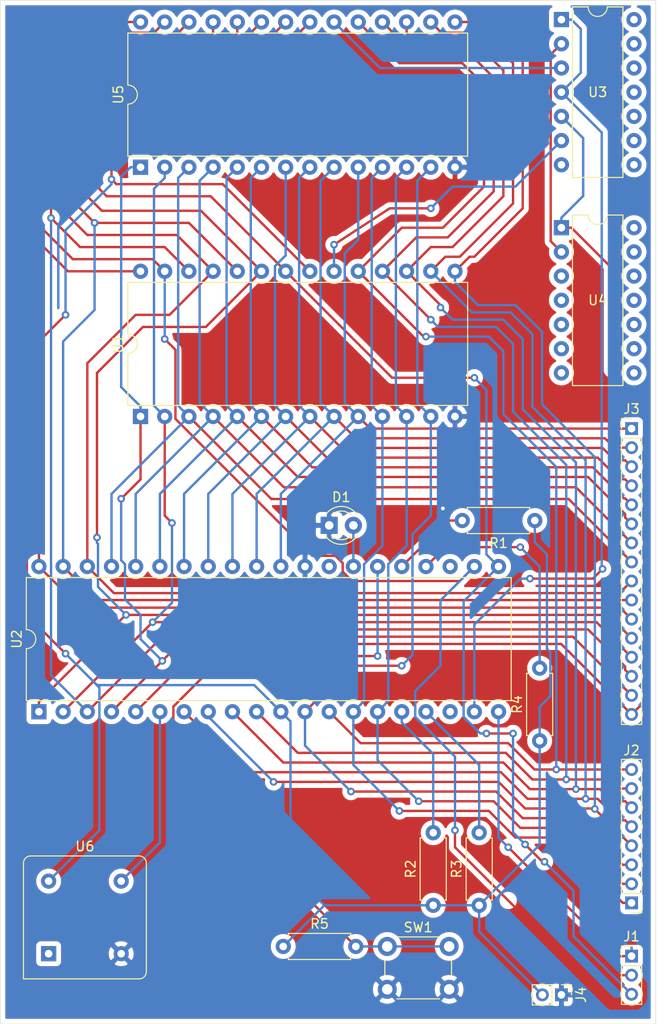
<source format=kicad_pcb>
(kicad_pcb (version 20171130) (host pcbnew 5.1.4)
  (layers (0 F.Cu signal) (31 B.Cu signal) (34 B.Paste user) (35 F.Paste user) (36 B.SilkS user) (37 F.SilkS user) (38 B.Mask user) (39 F.Mask user) (44 Edge.Cuts user))
  (net 0 "")
  (net 1 GND)
  (net 2 "Net-(D1-Pad2)")
  (net 3 IOREQ)
  (net 4 WR)
  (net 5 RD)
  (net 6 "Net-(J2-Pad1)")
  (net 7 "Net-(J2-Pad2)")
  (net 8 "Net-(J2-Pad3)")
  (net 9 "Net-(J2-Pad4)")
  (net 10 "Net-(J2-Pad5)")
  (net 11 "Net-(J2-Pad6)")
  (net 12 "Net-(J2-Pad7)")
  (net 13 "Net-(J2-Pad8)")
  (net 14 "Net-(J3-Pad1)")
  (net 15 "Net-(J3-Pad2)")
  (net 16 "Net-(J3-Pad3)")
  (net 17 "Net-(J3-Pad4)")
  (net 18 "Net-(J3-Pad5)")
  (net 19 "Net-(J3-Pad6)")
  (net 20 "Net-(J3-Pad7)")
  (net 21 "Net-(J3-Pad8)")
  (net 22 "Net-(J3-Pad9)")
  (net 23 "Net-(J3-Pad10)")
  (net 24 "Net-(J3-Pad11)")
  (net 25 "Net-(J3-Pad12)")
  (net 26 "Net-(J3-Pad13)")
  (net 27 "Net-(J3-Pad14)")
  (net 28 "Net-(J3-Pad15)")
  (net 29 A15)
  (net 30 VCC)
  (net 31 BUSREQ)
  (net 32 INT)
  (net 33 NMI)
  (net 34 WAIT)
  (net 35 "Net-(R5-Pad2)")
  (net 36 ROM_Lower)
  (net 37 "Net-(U2-Pad23)")
  (net 38 "Net-(U2-Pad6)")
  (net 39 "Net-(U2-Pad28)")
  (net 40 "Net-(U2-Pad18)")
  (net 41 MREQ)
  (net 42 "Net-(U3-Pad2)")
  (net 43 RAM_Upper)
  (net 44 "Net-(U6-Pad1)")
  (module Package_DIP:DIP-28_W15.24mm (layer F.Cu) (at 110.236 118.11 90)
    (fp_text reference U1 (at 7.62 -2.33 90) (layer F.SilkS))
    (fp_text value 28C256)
    (pad 28 thru_hole oval (at 15.24 0 90) (size 1.6 1.6) (drill 0.8) (layers *.Cu *.Mask) (net 30 VCC))
    (pad 14 thru_hole oval (at 0 33.02 90) (size 1.6 1.6) (drill 0.8) (layers *.Cu *.Mask) (net 1 GND))
    (pad 27 thru_hole oval (at 15.24 2.54 90) (size 1.6 1.6) (drill 0.8) (layers *.Cu *.Mask) (net 4 WR))
    (pad 13 thru_hole oval (at 0 30.48 90) (size 1.6 1.6) (drill 0.8) (layers *.Cu *.Mask) (net 8 "Net-(J2-Pad3)"))
    (pad 26 thru_hole oval (at 15.24 5.08 90) (size 1.6 1.6) (drill 0.8) (layers *.Cu *.Mask) (net 27 "Net-(J3-Pad14)"))
    (pad 12 thru_hole oval (at 0 27.94 90) (size 1.6 1.6) (drill 0.8) (layers *.Cu *.Mask) (net 7 "Net-(J2-Pad2)"))
    (pad 25 thru_hole oval (at 15.24 7.62 90) (size 1.6 1.6) (drill 0.8) (layers *.Cu *.Mask) (net 22 "Net-(J3-Pad9)"))
    (pad 11 thru_hole oval (at 0 25.4 90) (size 1.6 1.6) (drill 0.8) (layers *.Cu *.Mask) (net 6 "Net-(J2-Pad1)"))
    (pad 24 thru_hole oval (at 15.24 10.16 90) (size 1.6 1.6) (drill 0.8) (layers *.Cu *.Mask) (net 23 "Net-(J3-Pad10)"))
    (pad 10 thru_hole oval (at 0 22.86 90) (size 1.6 1.6) (drill 0.8) (layers *.Cu *.Mask) (net 14 "Net-(J3-Pad1)"))
    (pad 23 thru_hole oval (at 15.24 12.7 90) (size 1.6 1.6) (drill 0.8) (layers *.Cu *.Mask) (net 25 "Net-(J3-Pad12)"))
    (pad 9 thru_hole oval (at 0 20.32 90) (size 1.6 1.6) (drill 0.8) (layers *.Cu *.Mask) (net 15 "Net-(J3-Pad2)"))
    (pad 22 thru_hole oval (at 15.24 15.24 90) (size 1.6 1.6) (drill 0.8) (layers *.Cu *.Mask) (net 5 RD))
    (pad 8 thru_hole oval (at 0 17.78 90) (size 1.6 1.6) (drill 0.8) (layers *.Cu *.Mask) (net 16 "Net-(J3-Pad3)"))
    (pad 21 thru_hole oval (at 15.24 17.78 90) (size 1.6 1.6) (drill 0.8) (layers *.Cu *.Mask) (net 24 "Net-(J3-Pad11)"))
    (pad 7 thru_hole oval (at 0 15.24 90) (size 1.6 1.6) (drill 0.8) (layers *.Cu *.Mask) (net 17 "Net-(J3-Pad4)"))
    (pad 20 thru_hole oval (at 15.24 20.32 90) (size 1.6 1.6) (drill 0.8) (layers *.Cu *.Mask) (net 36 ROM_Lower))
    (pad 6 thru_hole oval (at 0 12.7 90) (size 1.6 1.6) (drill 0.8) (layers *.Cu *.Mask) (net 18 "Net-(J3-Pad5)"))
    (pad 19 thru_hole oval (at 15.24 22.86 90) (size 1.6 1.6) (drill 0.8) (layers *.Cu *.Mask) (net 13 "Net-(J2-Pad8)"))
    (pad 5 thru_hole oval (at 0 10.16 90) (size 1.6 1.6) (drill 0.8) (layers *.Cu *.Mask) (net 19 "Net-(J3-Pad6)"))
    (pad 18 thru_hole oval (at 15.24 25.4 90) (size 1.6 1.6) (drill 0.8) (layers *.Cu *.Mask) (net 12 "Net-(J2-Pad7)"))
    (pad 4 thru_hole oval (at 0 7.62 90) (size 1.6 1.6) (drill 0.8) (layers *.Cu *.Mask) (net 20 "Net-(J3-Pad7)"))
    (pad 17 thru_hole oval (at 15.24 27.94 90) (size 1.6 1.6) (drill 0.8) (layers *.Cu *.Mask) (net 11 "Net-(J2-Pad6)"))
    (pad 3 thru_hole oval (at 0 5.08 90) (size 1.6 1.6) (drill 0.8) (layers *.Cu *.Mask) (net 21 "Net-(J3-Pad8)"))
    (pad 16 thru_hole oval (at 15.24 30.48 90) (size 1.6 1.6) (drill 0.8) (layers *.Cu *.Mask) (net 10 "Net-(J2-Pad5)"))
    (pad 2 thru_hole oval (at 0 2.54 90) (size 1.6 1.6) (drill 0.8) (layers *.Cu *.Mask) (net 26 "Net-(J3-Pad13)"))
    (pad 15 thru_hole oval (at 15.24 33.02 90) (size 1.6 1.6) (drill 0.8) (layers *.Cu *.Mask) (net 9 "Net-(J2-Pad4)"))
    (pad 1 thru_hole rect (at 0 0 90) (size 1.6 1.6) (drill 0.8) (layers *.Cu *.Mask) (net 28 "Net-(J3-Pad15)"))
  )
  (module LED_THT:LED_D3.0mm (layer F.Cu) (at 130.048 129.54)
    (fp_text reference D1 (at 1.27 -2.96) (layer F.SilkS))
    (fp_text value LED)
    (pad 1 thru_hole rect (at 0 0) (size 1.8 1.8) (drill 0.9) (layers *.Cu *.Mask) (net 1 GND))
    (pad 2 thru_hole circle (at 2.54 0) (size 1.8 1.8) (drill 0.9) (layers *.Cu *.Mask) (net 2 "Net-(D1-Pad2)"))
  )
  (module Connector_PinHeader_2.00mm:PinHeader_1x03_P2.00mm_Vertical (layer F.Cu) (at 161.798 174.752)
    (fp_text reference J1 (at 0 -2.06) (layer F.SilkS))
    (fp_text value "IO Control")
    (pad 1 thru_hole rect (at 0 0) (size 1.35 1.35) (drill 0.8) (layers *.Cu *.Mask) (net 3 IOREQ))
    (pad 2 thru_hole oval (at 0 2) (size 1.35 1.35) (drill 0.8) (layers *.Cu *.Mask) (net 4 WR))
    (pad 3 thru_hole oval (at 0 4) (size 1.35 1.35) (drill 0.8) (layers *.Cu *.Mask) (net 5 RD))
  )
  (module Connector_PinHeader_2.00mm:PinHeader_1x08_P2.00mm_Vertical (layer F.Cu) (at 161.798 169.164 180)
    (fp_text reference J2 (at 0 16.002) (layer F.SilkS))
    (fp_text value "IO Data")
    (pad 1 thru_hole rect (at 0 0 180) (size 1.35 1.35) (drill 0.8) (layers *.Cu *.Mask) (net 6 "Net-(J2-Pad1)"))
    (pad 2 thru_hole oval (at 0 2 180) (size 1.35 1.35) (drill 0.8) (layers *.Cu *.Mask) (net 7 "Net-(J2-Pad2)"))
    (pad 3 thru_hole oval (at 0 4 180) (size 1.35 1.35) (drill 0.8) (layers *.Cu *.Mask) (net 8 "Net-(J2-Pad3)"))
    (pad 4 thru_hole oval (at 0 6 180) (size 1.35 1.35) (drill 0.8) (layers *.Cu *.Mask) (net 9 "Net-(J2-Pad4)"))
    (pad 5 thru_hole oval (at 0 8 180) (size 1.35 1.35) (drill 0.8) (layers *.Cu *.Mask) (net 10 "Net-(J2-Pad5)"))
    (pad 6 thru_hole oval (at 0 10 180) (size 1.35 1.35) (drill 0.8) (layers *.Cu *.Mask) (net 11 "Net-(J2-Pad6)"))
    (pad 7 thru_hole oval (at 0 12 180) (size 1.35 1.35) (drill 0.8) (layers *.Cu *.Mask) (net 12 "Net-(J2-Pad7)"))
    (pad 8 thru_hole oval (at 0 14 180) (size 1.35 1.35) (drill 0.8) (layers *.Cu *.Mask) (net 13 "Net-(J2-Pad8)"))
  )
  (module Connector_PinHeader_2.00mm:PinHeader_1x16_P2.00mm_Vertical (layer F.Cu) (at 161.798 119.38)
    (fp_text reference J3 (at 0 -2.06) (layer F.SilkS))
    (fp_text value "IO Address")
    (pad 1 thru_hole rect (at 0 0) (size 1.35 1.35) (drill 0.8) (layers *.Cu *.Mask) (net 14 "Net-(J3-Pad1)"))
    (pad 2 thru_hole oval (at 0 2) (size 1.35 1.35) (drill 0.8) (layers *.Cu *.Mask) (net 15 "Net-(J3-Pad2)"))
    (pad 3 thru_hole oval (at 0 4) (size 1.35 1.35) (drill 0.8) (layers *.Cu *.Mask) (net 16 "Net-(J3-Pad3)"))
    (pad 4 thru_hole oval (at 0 6) (size 1.35 1.35) (drill 0.8) (layers *.Cu *.Mask) (net 17 "Net-(J3-Pad4)"))
    (pad 5 thru_hole oval (at 0 8) (size 1.35 1.35) (drill 0.8) (layers *.Cu *.Mask) (net 18 "Net-(J3-Pad5)"))
    (pad 6 thru_hole oval (at 0 10) (size 1.35 1.35) (drill 0.8) (layers *.Cu *.Mask) (net 19 "Net-(J3-Pad6)"))
    (pad 7 thru_hole oval (at 0 12) (size 1.35 1.35) (drill 0.8) (layers *.Cu *.Mask) (net 20 "Net-(J3-Pad7)"))
    (pad 8 thru_hole oval (at 0 14) (size 1.35 1.35) (drill 0.8) (layers *.Cu *.Mask) (net 21 "Net-(J3-Pad8)"))
    (pad 9 thru_hole oval (at 0 16) (size 1.35 1.35) (drill 0.8) (layers *.Cu *.Mask) (net 22 "Net-(J3-Pad9)"))
    (pad 10 thru_hole oval (at 0 18) (size 1.35 1.35) (drill 0.8) (layers *.Cu *.Mask) (net 23 "Net-(J3-Pad10)"))
    (pad 11 thru_hole oval (at 0 20) (size 1.35 1.35) (drill 0.8) (layers *.Cu *.Mask) (net 24 "Net-(J3-Pad11)"))
    (pad 12 thru_hole oval (at 0 22) (size 1.35 1.35) (drill 0.8) (layers *.Cu *.Mask) (net 25 "Net-(J3-Pad12)"))
    (pad 13 thru_hole oval (at 0 24) (size 1.35 1.35) (drill 0.8) (layers *.Cu *.Mask) (net 26 "Net-(J3-Pad13)"))
    (pad 14 thru_hole oval (at 0 26) (size 1.35 1.35) (drill 0.8) (layers *.Cu *.Mask) (net 27 "Net-(J3-Pad14)"))
    (pad 15 thru_hole oval (at 0 28) (size 1.35 1.35) (drill 0.8) (layers *.Cu *.Mask) (net 28 "Net-(J3-Pad15)"))
    (pad 16 thru_hole oval (at 0 30) (size 1.35 1.35) (drill 0.8) (layers *.Cu *.Mask) (net 29 A15))
  )
  (module Connector_PinHeader_2.00mm:PinHeader_1x02_P2.00mm_Vertical (layer F.Cu) (at 154.432 178.816 270)
    (fp_text reference J4 (at 0 -2.06 90) (layer F.SilkS))
    (fp_text value Power)
    (pad 1 thru_hole rect (at 0 0 270) (size 1.35 1.35) (drill 0.8) (layers *.Cu *.Mask) (net 1 GND))
    (pad 2 thru_hole oval (at 0 2 270) (size 1.35 1.35) (drill 0.8) (layers *.Cu *.Mask) (net 30 VCC))
  )
  (module Resistor_THT:R_Axial_DIN0207_L6.3mm_D2.5mm_P7.62mm_Horizontal (layer F.Cu) (at 151.638 129.032 180)
    (fp_text reference R1 (at 3.81 -2.37) (layer F.SilkS))
    (fp_text value 10k)
    (pad 1 thru_hole circle (at 0 0 180) (size 1.6 1.6) (drill 0.8) (layers *.Cu *.Mask) (net 30 VCC))
    (pad 2 thru_hole oval (at 7.62 0 180) (size 1.6 1.6) (drill 0.8) (layers *.Cu *.Mask) (net 31 BUSREQ))
  )
  (module Resistor_THT:R_Axial_DIN0207_L6.3mm_D2.5mm_P7.62mm_Horizontal (layer F.Cu) (at 140.97 169.418 90)
    (fp_text reference R2 (at 3.81 -2.37 90) (layer F.SilkS))
    (fp_text value 10k)
    (pad 2 thru_hole oval (at 7.62 0 90) (size 1.6 1.6) (drill 0.8) (layers *.Cu *.Mask) (net 32 INT))
    (pad 1 thru_hole circle (at 0 0 90) (size 1.6 1.6) (drill 0.8) (layers *.Cu *.Mask) (net 30 VCC))
  )
  (module Resistor_THT:R_Axial_DIN0207_L6.3mm_D2.5mm_P7.62mm_Horizontal (layer F.Cu) (at 145.796 169.418 90)
    (fp_text reference R3 (at 3.81 -2.37 90) (layer F.SilkS))
    (fp_text value 10k)
    (pad 1 thru_hole circle (at 0 0 90) (size 1.6 1.6) (drill 0.8) (layers *.Cu *.Mask) (net 30 VCC))
    (pad 2 thru_hole oval (at 7.62 0 90) (size 1.6 1.6) (drill 0.8) (layers *.Cu *.Mask) (net 33 NMI))
  )
  (module Resistor_THT:R_Axial_DIN0207_L6.3mm_D2.5mm_P7.62mm_Horizontal (layer F.Cu) (at 152.146 152.146 90)
    (fp_text reference R4 (at 3.81 -2.37 90) (layer F.SilkS))
    (fp_text value 10k)
    (pad 2 thru_hole oval (at 7.62 0 90) (size 1.6 1.6) (drill 0.8) (layers *.Cu *.Mask) (net 34 WAIT))
    (pad 1 thru_hole circle (at 0 0 90) (size 1.6 1.6) (drill 0.8) (layers *.Cu *.Mask) (net 30 VCC))
  )
  (module Resistor_THT:R_Axial_DIN0207_L6.3mm_D2.5mm_P7.62mm_Horizontal (layer F.Cu) (at 125.222 173.736)
    (fp_text reference R5 (at 3.81 -2.37) (layer F.SilkS))
    (fp_text value 10k)
    (pad 1 thru_hole circle (at 0 0) (size 1.6 1.6) (drill 0.8) (layers *.Cu *.Mask) (net 30 VCC))
    (pad 2 thru_hole oval (at 7.62 0) (size 1.6 1.6) (drill 0.8) (layers *.Cu *.Mask) (net 35 "Net-(R5-Pad2)"))
  )
  (module Button_Switch_THT:SW_PUSH_6mm (layer F.Cu) (at 136.144 173.736)
    (fp_text reference SW1 (at 3.25 -2) (layer F.SilkS))
    (fp_text value SW_Push)
    (pad 2 thru_hole circle (at 0 4.5 90) (size 2 2) (drill 1.1) (layers *.Cu *.Mask) (net 1 GND))
    (pad 1 thru_hole circle (at 0 0 90) (size 2 2) (drill 1.1) (layers *.Cu *.Mask) (net 35 "Net-(R5-Pad2)"))
    (pad 2 thru_hole circle (at 6.5 4.5 90) (size 2 2) (drill 1.1) (layers *.Cu *.Mask) (net 1 GND))
    (pad 1 thru_hole circle (at 6.5 0 90) (size 2 2) (drill 1.1) (layers *.Cu *.Mask) (net 35 "Net-(R5-Pad2)"))
  )
  (module Package_DIP:DIP-40_W15.24mm (layer F.Cu) (at 99.568 149.098 90)
    (fp_text reference U2 (at 7.62 -2.33 90) (layer F.SilkS))
    (fp_text value Z80CPU)
    (pad 1 thru_hole rect (at 0 0 90) (size 1.6 1.6) (drill 0.8) (layers *.Cu *.Mask) (net 25 "Net-(J3-Pad12)"))
    (pad 21 thru_hole oval (at 15.24 48.26 90) (size 1.6 1.6) (drill 0.8) (layers *.Cu *.Mask) (net 5 RD))
    (pad 2 thru_hole oval (at 0 2.54 90) (size 1.6 1.6) (drill 0.8) (layers *.Cu *.Mask) (net 26 "Net-(J3-Pad13)"))
    (pad 22 thru_hole oval (at 15.24 45.72 90) (size 1.6 1.6) (drill 0.8) (layers *.Cu *.Mask) (net 4 WR))
    (pad 3 thru_hole oval (at 0 5.08 90) (size 1.6 1.6) (drill 0.8) (layers *.Cu *.Mask) (net 27 "Net-(J3-Pad14)"))
    (pad 23 thru_hole oval (at 15.24 43.18 90) (size 1.6 1.6) (drill 0.8) (layers *.Cu *.Mask) (net 37 "Net-(U2-Pad23)"))
    (pad 4 thru_hole oval (at 0 7.62 90) (size 1.6 1.6) (drill 0.8) (layers *.Cu *.Mask) (net 28 "Net-(J3-Pad15)"))
    (pad 24 thru_hole oval (at 15.24 40.64 90) (size 1.6 1.6) (drill 0.8) (layers *.Cu *.Mask) (net 34 WAIT))
    (pad 5 thru_hole oval (at 0 10.16 90) (size 1.6 1.6) (drill 0.8) (layers *.Cu *.Mask) (net 29 A15))
    (pad 25 thru_hole oval (at 15.24 38.1 90) (size 1.6 1.6) (drill 0.8) (layers *.Cu *.Mask) (net 31 BUSREQ))
    (pad 6 thru_hole oval (at 0 12.7 90) (size 1.6 1.6) (drill 0.8) (layers *.Cu *.Mask) (net 38 "Net-(U2-Pad6)"))
    (pad 26 thru_hole oval (at 15.24 35.56 90) (size 1.6 1.6) (drill 0.8) (layers *.Cu *.Mask) (net 35 "Net-(R5-Pad2)"))
    (pad 7 thru_hole oval (at 0 15.24 90) (size 1.6 1.6) (drill 0.8) (layers *.Cu *.Mask) (net 10 "Net-(J2-Pad5)"))
    (pad 27 thru_hole oval (at 15.24 33.02 90) (size 1.6 1.6) (drill 0.8) (layers *.Cu *.Mask) (net 2 "Net-(D1-Pad2)"))
    (pad 8 thru_hole oval (at 0 17.78 90) (size 1.6 1.6) (drill 0.8) (layers *.Cu *.Mask) (net 9 "Net-(J2-Pad4)"))
    (pad 28 thru_hole oval (at 15.24 30.48 90) (size 1.6 1.6) (drill 0.8) (layers *.Cu *.Mask) (net 39 "Net-(U2-Pad28)"))
    (pad 9 thru_hole oval (at 0 20.32 90) (size 1.6 1.6) (drill 0.8) (layers *.Cu *.Mask) (net 11 "Net-(J2-Pad6)"))
    (pad 29 thru_hole oval (at 15.24 27.94 90) (size 1.6 1.6) (drill 0.8) (layers *.Cu *.Mask) (net 1 GND))
    (pad 10 thru_hole oval (at 0 22.86 90) (size 1.6 1.6) (drill 0.8) (layers *.Cu *.Mask) (net 12 "Net-(J2-Pad7)"))
    (pad 30 thru_hole oval (at 15.24 25.4 90) (size 1.6 1.6) (drill 0.8) (layers *.Cu *.Mask) (net 14 "Net-(J3-Pad1)"))
    (pad 11 thru_hole oval (at 0 25.4 90) (size 1.6 1.6) (drill 0.8) (layers *.Cu *.Mask) (net 30 VCC))
    (pad 31 thru_hole oval (at 15.24 22.86 90) (size 1.6 1.6) (drill 0.8) (layers *.Cu *.Mask) (net 15 "Net-(J3-Pad2)"))
    (pad 12 thru_hole oval (at 0 27.94 90) (size 1.6 1.6) (drill 0.8) (layers *.Cu *.Mask) (net 8 "Net-(J2-Pad3)"))
    (pad 32 thru_hole oval (at 15.24 20.32 90) (size 1.6 1.6) (drill 0.8) (layers *.Cu *.Mask) (net 16 "Net-(J3-Pad3)"))
    (pad 13 thru_hole oval (at 0 30.48 90) (size 1.6 1.6) (drill 0.8) (layers *.Cu *.Mask) (net 13 "Net-(J2-Pad8)"))
    (pad 33 thru_hole oval (at 15.24 17.78 90) (size 1.6 1.6) (drill 0.8) (layers *.Cu *.Mask) (net 17 "Net-(J3-Pad4)"))
    (pad 14 thru_hole oval (at 0 33.02 90) (size 1.6 1.6) (drill 0.8) (layers *.Cu *.Mask) (net 6 "Net-(J2-Pad1)"))
    (pad 34 thru_hole oval (at 15.24 15.24 90) (size 1.6 1.6) (drill 0.8) (layers *.Cu *.Mask) (net 18 "Net-(J3-Pad5)"))
    (pad 15 thru_hole oval (at 0 35.56 90) (size 1.6 1.6) (drill 0.8) (layers *.Cu *.Mask) (net 7 "Net-(J2-Pad2)"))
    (pad 35 thru_hole oval (at 15.24 12.7 90) (size 1.6 1.6) (drill 0.8) (layers *.Cu *.Mask) (net 19 "Net-(J3-Pad6)"))
    (pad 16 thru_hole oval (at 0 38.1 90) (size 1.6 1.6) (drill 0.8) (layers *.Cu *.Mask) (net 32 INT))
    (pad 36 thru_hole oval (at 15.24 10.16 90) (size 1.6 1.6) (drill 0.8) (layers *.Cu *.Mask) (net 20 "Net-(J3-Pad7)"))
    (pad 17 thru_hole oval (at 0 40.64 90) (size 1.6 1.6) (drill 0.8) (layers *.Cu *.Mask) (net 33 NMI))
    (pad 37 thru_hole oval (at 15.24 7.62 90) (size 1.6 1.6) (drill 0.8) (layers *.Cu *.Mask) (net 21 "Net-(J3-Pad8)"))
    (pad 18 thru_hole oval (at 0 43.18 90) (size 1.6 1.6) (drill 0.8) (layers *.Cu *.Mask) (net 40 "Net-(U2-Pad18)"))
    (pad 38 thru_hole oval (at 15.24 5.08 90) (size 1.6 1.6) (drill 0.8) (layers *.Cu *.Mask) (net 22 "Net-(J3-Pad9)"))
    (pad 19 thru_hole oval (at 0 45.72 90) (size 1.6 1.6) (drill 0.8) (layers *.Cu *.Mask) (net 41 MREQ))
    (pad 39 thru_hole oval (at 15.24 2.54 90) (size 1.6 1.6) (drill 0.8) (layers *.Cu *.Mask) (net 23 "Net-(J3-Pad10)"))
    (pad 20 thru_hole oval (at 0 48.26 90) (size 1.6 1.6) (drill 0.8) (layers *.Cu *.Mask) (net 3 IOREQ))
    (pad 40 thru_hole oval (at 15.24 0 90) (size 1.6 1.6) (drill 0.8) (layers *.Cu *.Mask) (net 24 "Net-(J3-Pad11)"))
  )
  (module Package_DIP:DIP-14_W7.62mm (layer F.Cu) (at 154.432 76.454)
    (fp_text reference U3 (at 3.81 7.62) (layer F.SilkS))
    (fp_text value 74LS32)
    (pad 1 thru_hole rect (at 0 0) (size 1.6 1.6) (drill 0.8) (layers *.Cu *.Mask) (net 41 MREQ))
    (pad 8 thru_hole oval (at 7.62 15.24) (size 1.6 1.6) (drill 0.8) (layers *.Cu *.Mask))
    (pad 2 thru_hole oval (at 0 2.54) (size 1.6 1.6) (drill 0.8) (layers *.Cu *.Mask) (net 42 "Net-(U3-Pad2)"))
    (pad 9 thru_hole oval (at 7.62 12.7) (size 1.6 1.6) (drill 0.8) (layers *.Cu *.Mask))
    (pad 3 thru_hole oval (at 0 5.08) (size 1.6 1.6) (drill 0.8) (layers *.Cu *.Mask) (net 43 RAM_Upper))
    (pad 10 thru_hole oval (at 7.62 10.16) (size 1.6 1.6) (drill 0.8) (layers *.Cu *.Mask))
    (pad 4 thru_hole oval (at 0 7.62) (size 1.6 1.6) (drill 0.8) (layers *.Cu *.Mask) (net 41 MREQ))
    (pad 11 thru_hole oval (at 7.62 7.62) (size 1.6 1.6) (drill 0.8) (layers *.Cu *.Mask))
    (pad 5 thru_hole oval (at 0 10.16) (size 1.6 1.6) (drill 0.8) (layers *.Cu *.Mask) (net 29 A15))
    (pad 12 thru_hole oval (at 7.62 5.08) (size 1.6 1.6) (drill 0.8) (layers *.Cu *.Mask))
    (pad 6 thru_hole oval (at 0 12.7) (size 1.6 1.6) (drill 0.8) (layers *.Cu *.Mask) (net 36 ROM_Lower))
    (pad 13 thru_hole oval (at 7.62 2.54) (size 1.6 1.6) (drill 0.8) (layers *.Cu *.Mask))
    (pad 7 thru_hole oval (at 0 15.24) (size 1.6 1.6) (drill 0.8) (layers *.Cu *.Mask))
    (pad 14 thru_hole oval (at 7.62 0) (size 1.6 1.6) (drill 0.8) (layers *.Cu *.Mask))
  )
  (module Package_DIP:DIP-14_W7.62mm (layer F.Cu) (at 154.432 98.298)
    (fp_text reference U4 (at 3.81 7.62) (layer F.SilkS))
    (fp_text value 74LS04)
    (pad 14 thru_hole oval (at 7.62 0) (size 1.6 1.6) (drill 0.8) (layers *.Cu *.Mask))
    (pad 7 thru_hole oval (at 0 15.24) (size 1.6 1.6) (drill 0.8) (layers *.Cu *.Mask))
    (pad 13 thru_hole oval (at 7.62 2.54) (size 1.6 1.6) (drill 0.8) (layers *.Cu *.Mask))
    (pad 6 thru_hole oval (at 0 12.7) (size 1.6 1.6) (drill 0.8) (layers *.Cu *.Mask))
    (pad 12 thru_hole oval (at 7.62 5.08) (size 1.6 1.6) (drill 0.8) (layers *.Cu *.Mask))
    (pad 5 thru_hole oval (at 0 10.16) (size 1.6 1.6) (drill 0.8) (layers *.Cu *.Mask))
    (pad 11 thru_hole oval (at 7.62 7.62) (size 1.6 1.6) (drill 0.8) (layers *.Cu *.Mask))
    (pad 4 thru_hole oval (at 0 7.62) (size 1.6 1.6) (drill 0.8) (layers *.Cu *.Mask))
    (pad 10 thru_hole oval (at 7.62 10.16) (size 1.6 1.6) (drill 0.8) (layers *.Cu *.Mask))
    (pad 3 thru_hole oval (at 0 5.08) (size 1.6 1.6) (drill 0.8) (layers *.Cu *.Mask))
    (pad 9 thru_hole oval (at 7.62 12.7) (size 1.6 1.6) (drill 0.8) (layers *.Cu *.Mask))
    (pad 2 thru_hole oval (at 0 2.54) (size 1.6 1.6) (drill 0.8) (layers *.Cu *.Mask) (net 42 "Net-(U3-Pad2)"))
    (pad 8 thru_hole oval (at 7.62 15.24) (size 1.6 1.6) (drill 0.8) (layers *.Cu *.Mask))
    (pad 1 thru_hole rect (at 0 0) (size 1.6 1.6) (drill 0.8) (layers *.Cu *.Mask) (net 29 A15))
  )
  (module Package_DIP:DIP-28_W15.24mm (layer F.Cu) (at 110.236 91.948 90)
    (fp_text reference U5 (at 7.62 -2.33 90) (layer F.SilkS))
    (fp_text value HM62256)
    (pad 28 thru_hole oval (at 15.24 0 90) (size 1.6 1.6) (drill 0.8) (layers *.Cu *.Mask) (net 30 VCC))
    (pad 14 thru_hole oval (at 0 33.02 90) (size 1.6 1.6) (drill 0.8) (layers *.Cu *.Mask) (net 1 GND))
    (pad 27 thru_hole oval (at 15.24 2.54 90) (size 1.6 1.6) (drill 0.8) (layers *.Cu *.Mask) (net 4 WR))
    (pad 13 thru_hole oval (at 0 30.48 90) (size 1.6 1.6) (drill 0.8) (layers *.Cu *.Mask) (net 8 "Net-(J2-Pad3)"))
    (pad 26 thru_hole oval (at 15.24 5.08 90) (size 1.6 1.6) (drill 0.8) (layers *.Cu *.Mask) (net 27 "Net-(J3-Pad14)"))
    (pad 12 thru_hole oval (at 0 27.94 90) (size 1.6 1.6) (drill 0.8) (layers *.Cu *.Mask) (net 7 "Net-(J2-Pad2)"))
    (pad 25 thru_hole oval (at 15.24 7.62 90) (size 1.6 1.6) (drill 0.8) (layers *.Cu *.Mask) (net 22 "Net-(J3-Pad9)"))
    (pad 11 thru_hole oval (at 0 25.4 90) (size 1.6 1.6) (drill 0.8) (layers *.Cu *.Mask) (net 6 "Net-(J2-Pad1)"))
    (pad 24 thru_hole oval (at 15.24 10.16 90) (size 1.6 1.6) (drill 0.8) (layers *.Cu *.Mask) (net 23 "Net-(J3-Pad10)"))
    (pad 10 thru_hole oval (at 0 22.86 90) (size 1.6 1.6) (drill 0.8) (layers *.Cu *.Mask) (net 14 "Net-(J3-Pad1)"))
    (pad 23 thru_hole oval (at 15.24 12.7 90) (size 1.6 1.6) (drill 0.8) (layers *.Cu *.Mask) (net 25 "Net-(J3-Pad12)"))
    (pad 9 thru_hole oval (at 0 20.32 90) (size 1.6 1.6) (drill 0.8) (layers *.Cu *.Mask) (net 15 "Net-(J3-Pad2)"))
    (pad 22 thru_hole oval (at 15.24 15.24 90) (size 1.6 1.6) (drill 0.8) (layers *.Cu *.Mask) (net 5 RD))
    (pad 8 thru_hole oval (at 0 17.78 90) (size 1.6 1.6) (drill 0.8) (layers *.Cu *.Mask) (net 16 "Net-(J3-Pad3)"))
    (pad 21 thru_hole oval (at 15.24 17.78 90) (size 1.6 1.6) (drill 0.8) (layers *.Cu *.Mask) (net 24 "Net-(J3-Pad11)"))
    (pad 7 thru_hole oval (at 0 15.24 90) (size 1.6 1.6) (drill 0.8) (layers *.Cu *.Mask) (net 17 "Net-(J3-Pad4)"))
    (pad 20 thru_hole oval (at 15.24 20.32 90) (size 1.6 1.6) (drill 0.8) (layers *.Cu *.Mask) (net 43 RAM_Upper))
    (pad 6 thru_hole oval (at 0 12.7 90) (size 1.6 1.6) (drill 0.8) (layers *.Cu *.Mask) (net 18 "Net-(J3-Pad5)"))
    (pad 19 thru_hole oval (at 15.24 22.86 90) (size 1.6 1.6) (drill 0.8) (layers *.Cu *.Mask) (net 13 "Net-(J2-Pad8)"))
    (pad 5 thru_hole oval (at 0 10.16 90) (size 1.6 1.6) (drill 0.8) (layers *.Cu *.Mask) (net 19 "Net-(J3-Pad6)"))
    (pad 18 thru_hole oval (at 15.24 25.4 90) (size 1.6 1.6) (drill 0.8) (layers *.Cu *.Mask) (net 12 "Net-(J2-Pad7)"))
    (pad 4 thru_hole oval (at 0 7.62 90) (size 1.6 1.6) (drill 0.8) (layers *.Cu *.Mask) (net 20 "Net-(J3-Pad7)"))
    (pad 17 thru_hole oval (at 15.24 27.94 90) (size 1.6 1.6) (drill 0.8) (layers *.Cu *.Mask) (net 11 "Net-(J2-Pad6)"))
    (pad 3 thru_hole oval (at 0 5.08 90) (size 1.6 1.6) (drill 0.8) (layers *.Cu *.Mask) (net 21 "Net-(J3-Pad8)"))
    (pad 16 thru_hole oval (at 15.24 30.48 90) (size 1.6 1.6) (drill 0.8) (layers *.Cu *.Mask) (net 10 "Net-(J2-Pad5)"))
    (pad 2 thru_hole oval (at 0 2.54 90) (size 1.6 1.6) (drill 0.8) (layers *.Cu *.Mask) (net 26 "Net-(J3-Pad13)"))
    (pad 15 thru_hole oval (at 15.24 33.02 90) (size 1.6 1.6) (drill 0.8) (layers *.Cu *.Mask) (net 9 "Net-(J2-Pad4)"))
    (pad 1 thru_hole rect (at 0 0 90) (size 1.6 1.6) (drill 0.8) (layers *.Cu *.Mask) (net 28 "Net-(J3-Pad15)"))
  )
  (module Oscillator:Oscillator_DIP-8 (layer F.Cu) (at 100.584 174.498)
    (fp_text reference U6 (at 3.81 -11.26) (layer F.SilkS))
    (fp_text value xtal_oscillator)
    (pad 1 thru_hole rect (at 0 0) (size 1.6 1.6) (drill 0.8) (layers *.Cu *.Mask) (net 44 "Net-(U6-Pad1)"))
    (pad 8 thru_hole circle (at 0 -7.62) (size 1.6 1.6) (drill 0.8) (layers *.Cu *.Mask) (net 30 VCC))
    (pad 5 thru_hole circle (at 7.62 -7.62) (size 1.6 1.6) (drill 0.8) (layers *.Cu *.Mask) (net 38 "Net-(U2-Pad6)"))
    (pad 4 thru_hole circle (at 7.62 0) (size 1.6 1.6) (drill 0.8) (layers *.Cu *.Mask) (net 1 GND))
  )
  (gr_line (start 95.504 74.422) (end 164.338 74.422) (layer Edge.Cuts) (width 0.05))
  (gr_line (start 95.504 181.864) (end 95.504 74.422) (layer Edge.Cuts) (width 0.05))
  (gr_line (start 164.338 181.864) (end 95.504 181.864) (layer Edge.Cuts) (width 0.05))
  (gr_line (start 164.338 74.422) (end 164.338 181.864) (layer Edge.Cuts) (width 0.05))
  (via (at 141.986 127.762) (size 0.8) (drill 0.4) (layers F.Cu B.Cu) (net 1))
  (segment (start 143.256 118.11) (end 143.256 126.492) (width 0.25) (layer B.Cu) (net 1))
  (segment (start 143.256 126.492) (end 141.986 127.762) (width 0.25) (layer B.Cu) (net 1))
  (segment (start 130.048 128.39) (end 130.048 129.54) (width 0.25) (layer F.Cu) (net 1))
  (segment (start 130.676 127.762) (end 130.048 128.39) (width 0.25) (layer F.Cu) (net 1))
  (segment (start 141.986 127.762) (end 130.676 127.762) (width 0.25) (layer F.Cu) (net 1))
  (segment (start 132.588 129.54) (end 132.588 133.858) (width 0.25) (layer B.Cu) (net 2))
  (segment (start 161.798 174.752) (end 161.798 173.827) (width 0.25) (layer B.Cu) (net 3))
  (segment (start 148.844 163.322) (end 147.828 162.306) (width 0.25) (layer B.Cu) (net 3))
  (segment (start 147.828 162.306) (end 147.828 149.098) (width 0.25) (layer B.Cu) (net 3))
  (via (at 148.844 163.322) (size 0.8) (drill 0.4) (layers F.Cu B.Cu) (net 3))
  (segment (start 160.274 174.752) (end 161.798 174.752) (width 0.25) (layer F.Cu) (net 3))
  (segment (start 148.844 163.322) (end 160.274 174.752) (width 0.25) (layer F.Cu) (net 3))
  (segment (start 111.650999 77.833001) (end 103.233001 77.833001) (width 0.25) (layer F.Cu) (net 4))
  (segment (start 112.776 76.708) (end 111.650999 77.833001) (width 0.25) (layer F.Cu) (net 4))
  (segment (start 103.233001 77.833001) (end 99.568 81.498002) (width 0.25) (layer F.Cu) (net 4))
  (segment (start 99.568 81.498002) (end 99.568 98.044) (width 0.25) (layer F.Cu) (net 4))
  (segment (start 111.506 101.6) (end 112.776 102.87) (width 0.25) (layer F.Cu) (net 4))
  (segment (start 103.124 101.6) (end 111.506 101.6) (width 0.25) (layer F.Cu) (net 4))
  (segment (start 99.568 98.044) (end 103.124 101.6) (width 0.25) (layer F.Cu) (net 4))
  (via (at 112.776 109.982) (size 0.8) (drill 0.4) (layers F.Cu B.Cu) (net 4))
  (segment (start 112.776 102.87) (end 112.776 109.982) (width 0.25) (layer B.Cu) (net 4))
  (segment (start 131.462999 134.398001) (end 132.446998 135.382) (width 0.25) (layer F.Cu) (net 4))
  (segment (start 131.462999 133.494999) (end 131.462999 134.398001) (width 0.25) (layer F.Cu) (net 4))
  (segment (start 113.901001 111.107001) (end 113.901001 118.360003) (width 0.25) (layer F.Cu) (net 4))
  (segment (start 112.776 109.982) (end 113.901001 111.107001) (width 0.25) (layer F.Cu) (net 4))
  (segment (start 113.901001 118.360003) (end 128.273997 132.732999) (width 0.25) (layer F.Cu) (net 4))
  (segment (start 128.273997 132.732999) (end 130.700999 132.732999) (width 0.25) (layer F.Cu) (net 4))
  (segment (start 130.700999 132.732999) (end 131.462999 133.494999) (width 0.25) (layer F.Cu) (net 4))
  (segment (start 143.764 135.382) (end 145.288 133.858) (width 0.25) (layer F.Cu) (net 4))
  (segment (start 132.446998 135.382) (end 143.764 135.382) (width 0.25) (layer F.Cu) (net 4))
  (via (at 143.256 161.544) (size 0.8) (drill 0.4) (layers F.Cu B.Cu) (net 4))
  (segment (start 141.732 137.414) (end 145.288 133.858) (width 0.25) (layer B.Cu) (net 4))
  (segment (start 143.256 153.811002) (end 139.082999 149.638001) (width 0.25) (layer B.Cu) (net 4))
  (segment (start 139.082999 149.638001) (end 139.082999 146.921001) (width 0.25) (layer B.Cu) (net 4))
  (segment (start 139.082999 146.921001) (end 141.732 144.272) (width 0.25) (layer B.Cu) (net 4))
  (segment (start 143.256 161.544) (end 143.256 153.811002) (width 0.25) (layer B.Cu) (net 4))
  (segment (start 141.732 144.272) (end 141.732 137.414) (width 0.25) (layer B.Cu) (net 4))
  (segment (start 156.686 176.752) (end 161.798 176.752) (width 0.25) (layer F.Cu) (net 4))
  (segment (start 143.256 161.544) (end 143.256 163.322) (width 0.25) (layer F.Cu) (net 4))
  (segment (start 143.256 163.322) (end 156.686 176.752) (width 0.25) (layer F.Cu) (net 4))
  (segment (start 125.476 76.708) (end 118.11 84.074) (width 0.25) (layer F.Cu) (net 5))
  (segment (start 118.11 84.074) (end 107.188 84.074) (width 0.25) (layer F.Cu) (net 5))
  (segment (start 107.188 84.074) (end 105.918 85.344) (width 0.25) (layer F.Cu) (net 5))
  (segment (start 105.918 85.344) (end 105.918 94.234) (width 0.25) (layer F.Cu) (net 5))
  (segment (start 105.918 94.234) (end 106.68 94.996) (width 0.25) (layer F.Cu) (net 5))
  (segment (start 117.602 94.996) (end 125.476 102.87) (width 0.25) (layer F.Cu) (net 5))
  (segment (start 106.68 94.996) (end 117.602 94.996) (width 0.25) (layer F.Cu) (net 5))
  (via (at 145.288 114.046) (size 0.8) (drill 0.4) (layers F.Cu B.Cu) (net 5))
  (segment (start 137.526998 114.046) (end 145.288 114.046) (width 0.25) (layer F.Cu) (net 5))
  (segment (start 125.476 102.87) (end 136.652 114.046) (width 0.25) (layer F.Cu) (net 5))
  (segment (start 136.652 114.046) (end 137.526998 114.046) (width 0.25) (layer F.Cu) (net 5))
  (segment (start 145.288 114.046) (end 146.558 115.316) (width 0.25) (layer B.Cu) (net 5))
  (segment (start 146.558 132.588) (end 147.828 133.858) (width 0.25) (layer B.Cu) (net 5))
  (segment (start 146.558 115.316) (end 146.558 132.588) (width 0.25) (layer B.Cu) (net 5))
  (segment (start 145.908998 151.384) (end 146.558 151.384) (width 0.25) (layer B.Cu) (net 5))
  (segment (start 144.162999 149.638001) (end 145.908998 151.384) (width 0.25) (layer B.Cu) (net 5))
  (via (at 146.558 151.384) (size 0.8) (drill 0.4) (layers F.Cu B.Cu) (net 5))
  (segment (start 147.828 133.858) (end 144.162999 137.523001) (width 0.25) (layer B.Cu) (net 5))
  (segment (start 144.162999 137.523001) (end 144.162999 149.638001) (width 0.25) (layer B.Cu) (net 5))
  (via (at 149.352 151.384) (size 0.8) (drill 0.4) (layers F.Cu B.Cu) (net 5))
  (segment (start 146.558 151.384) (end 149.352 151.384) (width 0.25) (layer F.Cu) (net 5))
  (via (at 150.622 163.031) (size 0.8) (drill 0.4) (layers F.Cu B.Cu) (net 5))
  (segment (start 149.352 151.384) (end 149.352 161.761) (width 0.25) (layer B.Cu) (net 5))
  (segment (start 149.352 161.761) (end 150.622 163.031) (width 0.25) (layer B.Cu) (net 5))
  (segment (start 150.622 163.031) (end 152.437 164.846) (width 0.25) (layer F.Cu) (net 5))
  (via (at 152.654 164.846) (size 0.8) (drill 0.4) (layers F.Cu B.Cu) (net 5))
  (segment (start 152.437 164.846) (end 152.654 164.846) (width 0.25) (layer F.Cu) (net 5))
  (segment (start 152.654 164.846) (end 155.702 167.894) (width 0.25) (layer B.Cu) (net 5))
  (segment (start 155.702 172.656) (end 161.798 178.752) (width 0.25) (layer B.Cu) (net 5))
  (segment (start 155.702 167.894) (end 155.702 172.656) (width 0.25) (layer B.Cu) (net 5))
  (segment (start 134.836001 117.310001) (end 135.636 118.11) (width 0.25) (layer B.Cu) (net 6))
  (segment (start 134.510999 116.984999) (end 134.836001 117.310001) (width 0.25) (layer B.Cu) (net 6))
  (segment (start 134.510999 93.073001) (end 134.510999 116.984999) (width 0.25) (layer B.Cu) (net 6))
  (segment (start 135.636 91.948) (end 134.510999 93.073001) (width 0.25) (layer B.Cu) (net 6))
  (segment (start 133.387999 148.298001) (end 132.588 149.098) (width 0.25) (layer B.Cu) (net 6))
  (segment (start 133.713001 147.972999) (end 133.387999 148.298001) (width 0.25) (layer B.Cu) (net 6))
  (segment (start 133.713001 133.607997) (end 133.713001 147.972999) (width 0.25) (layer B.Cu) (net 6))
  (segment (start 135.636 131.684998) (end 133.713001 133.607997) (width 0.25) (layer B.Cu) (net 6))
  (segment (start 135.636 118.11) (end 135.636 131.684998) (width 0.25) (layer B.Cu) (net 6))
  (segment (start 160.873 169.164) (end 154.015 162.306) (width 0.25) (layer F.Cu) (net 6))
  (segment (start 161.798 169.164) (end 160.873 169.164) (width 0.25) (layer F.Cu) (net 6))
  (segment (start 154.015 162.306) (end 149.606 162.306) (width 0.25) (layer F.Cu) (net 6))
  (segment (start 149.606 162.306) (end 146.812 159.512) (width 0.25) (layer F.Cu) (net 6))
  (via (at 137.414 159.512) (size 0.8) (drill 0.4) (layers F.Cu B.Cu) (net 6))
  (segment (start 146.812 159.512) (end 137.414 159.512) (width 0.25) (layer F.Cu) (net 6))
  (segment (start 132.588 154.686) (end 137.414 159.512) (width 0.25) (layer B.Cu) (net 6))
  (segment (start 132.588 149.098) (end 132.588 154.686) (width 0.25) (layer B.Cu) (net 6))
  (segment (start 137.376001 117.310001) (end 138.176 118.11) (width 0.25) (layer B.Cu) (net 7))
  (segment (start 137.050999 93.073001) (end 137.050999 116.984999) (width 0.25) (layer B.Cu) (net 7))
  (segment (start 137.050999 116.984999) (end 137.376001 117.310001) (width 0.25) (layer B.Cu) (net 7))
  (segment (start 138.176 91.948) (end 137.050999 93.073001) (width 0.25) (layer B.Cu) (net 7))
  (segment (start 135.927999 148.298001) (end 135.128 149.098) (width 0.25) (layer B.Cu) (net 7))
  (segment (start 136.253001 147.972999) (end 135.927999 148.298001) (width 0.25) (layer B.Cu) (net 7))
  (segment (start 136.253001 133.607997) (end 136.253001 147.972999) (width 0.25) (layer B.Cu) (net 7))
  (segment (start 138.176 131.684998) (end 136.253001 133.607997) (width 0.25) (layer B.Cu) (net 7))
  (segment (start 138.176 118.11) (end 138.176 131.684998) (width 0.25) (layer B.Cu) (net 7))
  (segment (start 161.798 167.164) (end 160.814 167.164) (width 0.25) (layer F.Cu) (net 7))
  (segment (start 160.814 167.164) (end 154.94 161.29) (width 0.25) (layer F.Cu) (net 7))
  (segment (start 154.94 161.29) (end 150.114 161.29) (width 0.25) (layer F.Cu) (net 7))
  (segment (start 150.114 161.29) (end 147.32 158.496) (width 0.25) (layer F.Cu) (net 7))
  (via (at 139.446 158.496) (size 0.8) (drill 0.4) (layers F.Cu B.Cu) (net 7))
  (segment (start 147.32 158.496) (end 139.446 158.496) (width 0.25) (layer F.Cu) (net 7))
  (segment (start 135.128 154.178) (end 139.446 158.496) (width 0.25) (layer B.Cu) (net 7))
  (segment (start 135.128 149.098) (end 135.128 154.178) (width 0.25) (layer B.Cu) (net 7))
  (segment (start 139.301001 116.695001) (end 139.916001 117.310001) (width 0.25) (layer B.Cu) (net 8))
  (segment (start 139.916001 117.310001) (end 140.716 118.11) (width 0.25) (layer B.Cu) (net 8))
  (segment (start 139.301001 93.362999) (end 139.301001 116.695001) (width 0.25) (layer B.Cu) (net 8))
  (segment (start 140.716 91.948) (end 139.301001 93.362999) (width 0.25) (layer B.Cu) (net 8))
  (segment (start 160.843406 165.164) (end 161.798 165.164) (width 0.25) (layer F.Cu) (net 8))
  (segment (start 132.334 157.48) (end 147.574 157.48) (width 0.25) (layer F.Cu) (net 8))
  (via (at 132.334 157.48) (size 0.8) (drill 0.4) (layers F.Cu B.Cu) (net 8))
  (segment (start 147.574 157.48) (end 150.368 160.274) (width 0.25) (layer F.Cu) (net 8))
  (segment (start 150.368 160.274) (end 155.953406 160.274) (width 0.25) (layer F.Cu) (net 8))
  (segment (start 155.953406 160.274) (end 160.843406 165.164) (width 0.25) (layer F.Cu) (net 8))
  (segment (start 127.508 152.654) (end 132.334 157.48) (width 0.25) (layer B.Cu) (net 8))
  (segment (start 127.508 149.098) (end 127.508 152.654) (width 0.25) (layer B.Cu) (net 8))
  (segment (start 140.716 118.11) (end 140.716 128.524) (width 0.25) (layer B.Cu) (net 8))
  (via (at 137.668 144.272) (size 0.8) (drill 0.4) (layers F.Cu B.Cu) (net 8))
  (segment (start 138.793001 143.146999) (end 137.668 144.272) (width 0.25) (layer B.Cu) (net 8))
  (segment (start 140.716 128.524) (end 138.793001 130.446999) (width 0.25) (layer B.Cu) (net 8))
  (segment (start 138.793001 130.446999) (end 138.793001 143.146999) (width 0.25) (layer B.Cu) (net 8))
  (segment (start 132.334 144.272) (end 127.508 149.098) (width 0.25) (layer F.Cu) (net 8))
  (segment (start 137.668 144.272) (end 132.334 144.272) (width 0.25) (layer F.Cu) (net 8))
  (segment (start 144.78 101.346) (end 143.256 102.87) (width 0.25) (layer F.Cu) (net 9))
  (segment (start 146.558 76.708) (end 150.368 80.518) (width 0.25) (layer F.Cu) (net 9))
  (segment (start 143.256 76.708) (end 146.558 76.708) (width 0.25) (layer F.Cu) (net 9))
  (segment (start 150.368 80.518) (end 150.368 96.266) (width 0.25) (layer F.Cu) (net 9))
  (segment (start 150.368 96.266) (end 145.288 101.346) (width 0.25) (layer F.Cu) (net 9))
  (segment (start 145.288 101.346) (end 144.78 101.346) (width 0.25) (layer F.Cu) (net 9))
  (segment (start 150.622 159.258) (end 157.892 159.258) (width 0.25) (layer F.Cu) (net 9))
  (segment (start 147.828 156.464) (end 150.622 159.258) (width 0.25) (layer F.Cu) (net 9))
  (via (at 124.206 156.464) (size 0.8) (drill 0.4) (layers F.Cu B.Cu) (net 9))
  (segment (start 124.206 156.464) (end 147.828 156.464) (width 0.25) (layer F.Cu) (net 9))
  (segment (start 117.348 149.606) (end 117.348 149.098) (width 0.25) (layer B.Cu) (net 9))
  (segment (start 124.206 156.464) (end 117.348 149.606) (width 0.25) (layer B.Cu) (net 9))
  (segment (start 149.606 106.426) (end 152.4 109.22) (width 0.25) (layer B.Cu) (net 9))
  (segment (start 145.68063 106.426) (end 149.606 106.426) (width 0.25) (layer B.Cu) (net 9))
  (segment (start 152.4 109.22) (end 152.4 116.84) (width 0.25) (layer B.Cu) (net 9))
  (segment (start 157.892 159.258) (end 157.94 159.306) (width 0.25) (layer F.Cu) (net 9))
  (segment (start 152.4 116.84) (end 157.94 122.38) (width 0.25) (layer B.Cu) (net 9))
  (segment (start 157.94 159.306) (end 161.798 163.164) (width 0.25) (layer F.Cu) (net 9))
  (via (at 157.94 159.306) (size 0.8) (drill 0.4) (layers F.Cu B.Cu) (net 9))
  (segment (start 143.256 102.87) (end 143.256 104.00137) (width 0.25) (layer B.Cu) (net 9))
  (segment (start 157.94 122.38) (end 157.94 159.306) (width 0.25) (layer B.Cu) (net 9))
  (segment (start 143.256 104.00137) (end 145.68063 106.426) (width 0.25) (layer B.Cu) (net 9))
  (segment (start 142.24 101.346) (end 140.716 102.87) (width 0.25) (layer F.Cu) (net 10))
  (segment (start 143.764 101.346) (end 142.24 101.346) (width 0.25) (layer F.Cu) (net 10))
  (segment (start 141.841001 77.833001) (end 145.940999 77.833001) (width 0.25) (layer F.Cu) (net 10))
  (segment (start 140.716 76.708) (end 141.841001 77.833001) (width 0.25) (layer F.Cu) (net 10))
  (segment (start 149.352 81.026) (end 149.352 95.758) (width 0.25) (layer F.Cu) (net 10))
  (segment (start 145.940999 77.833001) (end 149.352 81.026) (width 0.25) (layer F.Cu) (net 10))
  (segment (start 149.352 95.758) (end 143.764 101.346) (width 0.25) (layer F.Cu) (net 10))
  (segment (start 161.123001 160.489001) (end 160.489001 160.489001) (width 0.25) (layer F.Cu) (net 10))
  (segment (start 161.798 161.164) (end 161.123001 160.489001) (width 0.25) (layer F.Cu) (net 10))
  (segment (start 160.489001 160.489001) (end 158.242 158.242) (width 0.25) (layer F.Cu) (net 10))
  (segment (start 150.876 158.242) (end 148.082 155.448) (width 0.25) (layer F.Cu) (net 10))
  (segment (start 121.158 155.448) (end 114.808 149.098) (width 0.25) (layer F.Cu) (net 10))
  (segment (start 148.082 155.448) (end 121.158 155.448) (width 0.25) (layer F.Cu) (net 10))
  (segment (start 156.972 122.682) (end 156.972 158.242) (width 0.25) (layer B.Cu) (net 10))
  (segment (start 151.384 117.094) (end 156.972 122.682) (width 0.25) (layer B.Cu) (net 10))
  (segment (start 156.972 158.242) (end 150.876 158.242) (width 0.25) (layer F.Cu) (net 10))
  (via (at 156.972 158.242) (size 0.8) (drill 0.4) (layers F.Cu B.Cu) (net 10))
  (segment (start 151.384 109.474) (end 151.384 117.094) (width 0.25) (layer B.Cu) (net 10))
  (segment (start 158.242 158.242) (end 156.972 158.242) (width 0.25) (layer F.Cu) (net 10))
  (segment (start 145.034 107.188) (end 149.098 107.188) (width 0.25) (layer B.Cu) (net 10))
  (segment (start 149.098 107.188) (end 151.384 109.474) (width 0.25) (layer B.Cu) (net 10))
  (segment (start 140.716 102.87) (end 145.034 107.188) (width 0.25) (layer B.Cu) (net 10))
  (segment (start 140.716 100.33) (end 138.176 102.87) (width 0.25) (layer F.Cu) (net 11))
  (segment (start 143.002 100.33) (end 140.716 100.33) (width 0.25) (layer F.Cu) (net 11))
  (segment (start 148.336 94.996) (end 143.002 100.33) (width 0.25) (layer F.Cu) (net 11))
  (segment (start 138.176 77.83937) (end 139.07663 78.74) (width 0.25) (layer F.Cu) (net 11))
  (segment (start 139.07663 78.74) (end 145.288 78.74) (width 0.25) (layer F.Cu) (net 11))
  (segment (start 138.176 76.708) (end 138.176 77.83937) (width 0.25) (layer F.Cu) (net 11))
  (segment (start 145.288 78.74) (end 148.336 81.788) (width 0.25) (layer F.Cu) (net 11))
  (segment (start 148.336 81.788) (end 148.336 94.996) (width 0.25) (layer F.Cu) (net 11))
  (segment (start 161.123001 158.489001) (end 159.759001 158.489001) (width 0.25) (layer F.Cu) (net 11))
  (segment (start 161.798 159.164) (end 161.123001 158.489001) (width 0.25) (layer F.Cu) (net 11))
  (segment (start 159.759001 158.489001) (end 158.496 157.226) (width 0.25) (layer F.Cu) (net 11))
  (segment (start 151.13 157.226) (end 148.336 154.432) (width 0.25) (layer F.Cu) (net 11))
  (segment (start 125.222 154.432) (end 119.888 149.098) (width 0.25) (layer F.Cu) (net 11))
  (segment (start 148.336 154.432) (end 125.222 154.432) (width 0.25) (layer F.Cu) (net 11))
  (via (at 141.732 106.68) (size 0.8) (drill 0.4) (layers F.Cu B.Cu) (net 11))
  (segment (start 138.176 102.87) (end 141.732 106.426) (width 0.25) (layer F.Cu) (net 11))
  (segment (start 141.732 106.426) (end 141.732 106.68) (width 0.25) (layer F.Cu) (net 11))
  (segment (start 150.368 109.982) (end 150.368 117.348) (width 0.25) (layer B.Cu) (net 11))
  (segment (start 150.368 117.348) (end 155.956 122.936) (width 0.25) (layer B.Cu) (net 11))
  (segment (start 155.956 157.226) (end 151.13 157.226) (width 0.25) (layer F.Cu) (net 11))
  (segment (start 158.496 157.226) (end 155.956 157.226) (width 0.25) (layer F.Cu) (net 11))
  (segment (start 155.956 122.936) (end 155.956 157.226) (width 0.25) (layer B.Cu) (net 11))
  (via (at 155.956 157.226) (size 0.8) (drill 0.4) (layers F.Cu B.Cu) (net 11))
  (segment (start 141.732 106.68) (end 143.002 107.95) (width 0.25) (layer B.Cu) (net 11))
  (segment (start 148.336 107.95) (end 150.368 109.982) (width 0.25) (layer B.Cu) (net 11))
  (segment (start 143.002 107.95) (end 148.336 107.95) (width 0.25) (layer B.Cu) (net 11))
  (segment (start 139.192 99.314) (end 135.636 102.87) (width 0.25) (layer F.Cu) (net 12))
  (segment (start 142.494 99.314) (end 139.192 99.314) (width 0.25) (layer F.Cu) (net 12))
  (segment (start 138.684 79.756) (end 144.526 79.756) (width 0.25) (layer F.Cu) (net 12))
  (segment (start 135.636 76.708) (end 138.684 79.756) (width 0.25) (layer F.Cu) (net 12))
  (segment (start 144.526 79.756) (end 147.32 82.55) (width 0.25) (layer F.Cu) (net 12))
  (segment (start 147.32 82.55) (end 147.32 94.488) (width 0.25) (layer F.Cu) (net 12))
  (segment (start 147.32 94.488) (end 142.494 99.314) (width 0.25) (layer F.Cu) (net 12))
  (segment (start 161.798 157.164) (end 159.704 157.164) (width 0.25) (layer F.Cu) (net 12))
  (segment (start 126.746 153.416) (end 122.428 149.098) (width 0.25) (layer F.Cu) (net 12))
  (segment (start 159.704 157.164) (end 158.75 156.21) (width 0.25) (layer F.Cu) (net 12))
  (segment (start 151.384 156.21) (end 148.59 153.416) (width 0.25) (layer F.Cu) (net 12))
  (segment (start 148.59 153.416) (end 126.746 153.416) (width 0.25) (layer F.Cu) (net 12))
  (via (at 140.716 107.95) (size 0.8) (drill 0.4) (layers F.Cu B.Cu) (net 12))
  (segment (start 135.636 102.87) (end 140.716 107.95) (width 0.25) (layer F.Cu) (net 12))
  (segment (start 154.94 123.19) (end 154.94 156.21) (width 0.25) (layer B.Cu) (net 12))
  (segment (start 149.352 117.602) (end 154.94 123.19) (width 0.25) (layer B.Cu) (net 12))
  (segment (start 154.94 156.21) (end 151.384 156.21) (width 0.25) (layer F.Cu) (net 12))
  (segment (start 141.478 108.712) (end 147.574 108.712) (width 0.25) (layer B.Cu) (net 12))
  (segment (start 158.75 156.21) (end 154.94 156.21) (width 0.25) (layer F.Cu) (net 12))
  (segment (start 149.352 110.49) (end 149.352 117.602) (width 0.25) (layer B.Cu) (net 12))
  (segment (start 147.574 108.712) (end 149.352 110.49) (width 0.25) (layer B.Cu) (net 12))
  (via (at 154.94 156.21) (size 0.8) (drill 0.4) (layers F.Cu B.Cu) (net 12))
  (segment (start 140.716 107.95) (end 141.478 108.712) (width 0.25) (layer B.Cu) (net 12))
  (segment (start 137.668 98.298) (end 133.096 102.87) (width 0.25) (layer F.Cu) (net 13))
  (segment (start 141.986 98.298) (end 137.668 98.298) (width 0.25) (layer F.Cu) (net 13))
  (segment (start 137.414 81.026) (end 144.018 81.026) (width 0.25) (layer F.Cu) (net 13))
  (segment (start 133.096 76.708) (end 137.414 81.026) (width 0.25) (layer F.Cu) (net 13))
  (segment (start 146.304 93.98) (end 141.986 98.298) (width 0.25) (layer F.Cu) (net 13))
  (segment (start 144.018 81.026) (end 146.304 83.312) (width 0.25) (layer F.Cu) (net 13))
  (segment (start 146.304 83.312) (end 146.304 93.98) (width 0.25) (layer F.Cu) (net 13))
  (segment (start 151.608 155.164) (end 148.844 152.4) (width 0.25) (layer F.Cu) (net 13))
  (segment (start 133.35 152.4) (end 130.048 149.098) (width 0.25) (layer F.Cu) (net 13))
  (segment (start 148.844 152.4) (end 133.35 152.4) (width 0.25) (layer F.Cu) (net 13))
  (segment (start 133.096 102.87) (end 139.954 109.728) (width 0.25) (layer F.Cu) (net 13))
  (via (at 140.208 109.728) (size 0.8) (drill 0.4) (layers F.Cu B.Cu) (net 13))
  (segment (start 139.954 109.728) (end 140.208 109.728) (width 0.25) (layer F.Cu) (net 13))
  (segment (start 153.894 123.414) (end 153.894 155.164) (width 0.25) (layer B.Cu) (net 13))
  (segment (start 148.336 117.856) (end 153.894 123.414) (width 0.25) (layer B.Cu) (net 13))
  (segment (start 153.894 155.164) (end 151.608 155.164) (width 0.25) (layer F.Cu) (net 13))
  (segment (start 140.208 109.728) (end 146.812 109.728) (width 0.25) (layer B.Cu) (net 13))
  (segment (start 161.798 155.164) (end 153.894 155.164) (width 0.25) (layer F.Cu) (net 13))
  (segment (start 148.336 111.252) (end 148.336 117.856) (width 0.25) (layer B.Cu) (net 13))
  (via (at 153.894 155.164) (size 0.8) (drill 0.4) (layers F.Cu B.Cu) (net 13))
  (segment (start 146.812 109.728) (end 148.336 111.252) (width 0.25) (layer B.Cu) (net 13))
  (segment (start 124.968 126.238) (end 124.968 133.858) (width 0.25) (layer B.Cu) (net 14))
  (segment (start 133.096 118.11) (end 124.968 126.238) (width 0.25) (layer B.Cu) (net 14))
  (segment (start 134.366 119.38) (end 133.096 118.11) (width 0.25) (layer F.Cu) (net 14))
  (segment (start 161.798 119.38) (end 134.366 119.38) (width 0.25) (layer F.Cu) (net 14))
  (segment (start 133.096 91.948) (end 133.096 99.568) (width 0.25) (layer B.Cu) (net 14))
  (segment (start 131.681001 116.695001) (end 132.296001 117.310001) (width 0.25) (layer B.Cu) (net 14))
  (segment (start 132.296001 117.310001) (end 133.096 118.11) (width 0.25) (layer B.Cu) (net 14))
  (segment (start 131.681001 100.982999) (end 131.681001 116.695001) (width 0.25) (layer B.Cu) (net 14))
  (segment (start 133.096 99.568) (end 131.681001 100.982999) (width 0.25) (layer B.Cu) (net 14))
  (segment (start 122.428 126.238) (end 122.428 133.858) (width 0.25) (layer B.Cu) (net 15))
  (segment (start 130.556 118.11) (end 122.428 126.238) (width 0.25) (layer B.Cu) (net 15))
  (segment (start 161.798 121.38) (end 159.988 121.38) (width 0.25) (layer F.Cu) (net 15))
  (segment (start 159.988 121.38) (end 159.004 120.396) (width 0.25) (layer F.Cu) (net 15))
  (segment (start 132.842 120.396) (end 130.556 118.11) (width 0.25) (layer F.Cu) (net 15))
  (segment (start 159.004 120.396) (end 132.842 120.396) (width 0.25) (layer F.Cu) (net 15))
  (segment (start 129.756001 117.310001) (end 130.556 118.11) (width 0.25) (layer B.Cu) (net 15))
  (segment (start 129.141001 116.695001) (end 129.756001 117.310001) (width 0.25) (layer B.Cu) (net 15))
  (segment (start 129.141001 93.362999) (end 129.141001 116.695001) (width 0.25) (layer B.Cu) (net 15))
  (segment (start 130.556 91.948) (end 129.141001 93.362999) (width 0.25) (layer B.Cu) (net 15))
  (segment (start 126.890999 116.984999) (end 127.216001 117.310001) (width 0.25) (layer B.Cu) (net 16))
  (segment (start 126.890999 93.073001) (end 126.890999 116.984999) (width 0.25) (layer B.Cu) (net 16))
  (segment (start 127.216001 117.310001) (end 128.016 118.11) (width 0.25) (layer B.Cu) (net 16))
  (segment (start 128.016 91.948) (end 126.890999 93.073001) (width 0.25) (layer B.Cu) (net 16))
  (segment (start 119.888 126.238) (end 119.888 133.858) (width 0.25) (layer B.Cu) (net 16))
  (segment (start 128.016 118.11) (end 119.888 126.238) (width 0.25) (layer B.Cu) (net 16))
  (segment (start 161.123001 122.705001) (end 160.043001 122.705001) (width 0.25) (layer F.Cu) (net 16))
  (segment (start 161.798 123.38) (end 161.123001 122.705001) (width 0.25) (layer F.Cu) (net 16))
  (segment (start 160.043001 122.705001) (end 158.75 121.412) (width 0.25) (layer F.Cu) (net 16))
  (segment (start 131.318 121.412) (end 128.016 118.11) (width 0.25) (layer F.Cu) (net 16))
  (segment (start 158.75 121.412) (end 131.318 121.412) (width 0.25) (layer F.Cu) (net 16))
  (segment (start 124.676001 117.310001) (end 125.476 118.11) (width 0.25) (layer B.Cu) (net 17))
  (segment (start 124.350999 116.984999) (end 124.676001 117.310001) (width 0.25) (layer B.Cu) (net 17))
  (segment (start 124.350999 102.329999) (end 124.350999 116.984999) (width 0.25) (layer B.Cu) (net 17))
  (segment (start 125.476 101.204998) (end 124.350999 102.329999) (width 0.25) (layer B.Cu) (net 17))
  (segment (start 125.476 91.948) (end 125.476 101.204998) (width 0.25) (layer B.Cu) (net 17))
  (segment (start 117.348 126.238) (end 117.348 133.858) (width 0.25) (layer B.Cu) (net 17))
  (segment (start 125.476 118.11) (end 117.348 126.238) (width 0.25) (layer B.Cu) (net 17))
  (segment (start 158.242 122.428) (end 129.794 122.428) (width 0.25) (layer F.Cu) (net 17))
  (segment (start 129.794 122.428) (end 125.476 118.11) (width 0.25) (layer F.Cu) (net 17))
  (segment (start 161.798 125.38) (end 161.123001 124.705001) (width 0.25) (layer F.Cu) (net 17))
  (segment (start 160.519001 124.705001) (end 158.242 122.428) (width 0.25) (layer F.Cu) (net 17))
  (segment (start 161.123001 124.705001) (end 160.519001 124.705001) (width 0.25) (layer F.Cu) (net 17))
  (segment (start 122.136001 117.310001) (end 122.936 118.11) (width 0.25) (layer B.Cu) (net 18))
  (segment (start 121.810999 116.984999) (end 122.136001 117.310001) (width 0.25) (layer B.Cu) (net 18))
  (segment (start 121.810999 93.073001) (end 121.810999 116.984999) (width 0.25) (layer B.Cu) (net 18))
  (segment (start 122.936 91.948) (end 121.810999 93.073001) (width 0.25) (layer B.Cu) (net 18))
  (segment (start 114.808 126.238) (end 114.808 133.858) (width 0.25) (layer B.Cu) (net 18))
  (segment (start 122.936 118.11) (end 114.808 126.238) (width 0.25) (layer B.Cu) (net 18))
  (segment (start 161.123001 126.705001) (end 160.995001 126.705001) (width 0.25) (layer F.Cu) (net 18))
  (segment (start 161.798 127.38) (end 161.123001 126.705001) (width 0.25) (layer F.Cu) (net 18))
  (segment (start 160.995001 126.705001) (end 157.734 123.444) (width 0.25) (layer F.Cu) (net 18))
  (segment (start 128.27 123.444) (end 122.936 118.11) (width 0.25) (layer F.Cu) (net 18))
  (segment (start 157.734 123.444) (end 128.27 123.444) (width 0.25) (layer F.Cu) (net 18))
  (segment (start 119.596001 117.310001) (end 120.396 118.11) (width 0.25) (layer B.Cu) (net 19))
  (segment (start 119.270999 116.984999) (end 119.596001 117.310001) (width 0.25) (layer B.Cu) (net 19))
  (segment (start 119.270999 93.073001) (end 119.270999 116.984999) (width 0.25) (layer B.Cu) (net 19))
  (segment (start 120.396 91.948) (end 119.270999 93.073001) (width 0.25) (layer B.Cu) (net 19))
  (segment (start 112.268 126.238) (end 112.268 133.858) (width 0.25) (layer B.Cu) (net 19))
  (segment (start 120.396 118.11) (end 112.268 126.238) (width 0.25) (layer B.Cu) (net 19))
  (segment (start 161.123001 128.705001) (end 161.123001 128.357001) (width 0.25) (layer F.Cu) (net 19))
  (segment (start 161.798 129.38) (end 161.123001 128.705001) (width 0.25) (layer F.Cu) (net 19))
  (segment (start 161.123001 128.357001) (end 157.226 124.46) (width 0.25) (layer F.Cu) (net 19))
  (segment (start 126.746 124.46) (end 120.396 118.11) (width 0.25) (layer F.Cu) (net 19))
  (segment (start 157.226 124.46) (end 126.746 124.46) (width 0.25) (layer F.Cu) (net 19))
  (segment (start 117.056001 117.310001) (end 117.856 118.11) (width 0.25) (layer B.Cu) (net 20))
  (segment (start 116.441001 93.362999) (end 116.441001 116.695001) (width 0.25) (layer B.Cu) (net 20))
  (segment (start 116.441001 116.695001) (end 117.056001 117.310001) (width 0.25) (layer B.Cu) (net 20))
  (segment (start 117.856 91.948) (end 116.441001 93.362999) (width 0.25) (layer B.Cu) (net 20))
  (segment (start 117.856 118.11) (end 117.056001 118.909999) (width 0.25) (layer B.Cu) (net 20))
  (segment (start 109.728 126.238) (end 109.728 133.858) (width 0.25) (layer B.Cu) (net 20))
  (segment (start 117.856 118.11) (end 109.728 126.238) (width 0.25) (layer B.Cu) (net 20))
  (segment (start 161.798 131.38) (end 155.956 125.538) (width 0.25) (layer F.Cu) (net 20))
  (segment (start 125.284 125.538) (end 117.856 118.11) (width 0.25) (layer F.Cu) (net 20))
  (segment (start 155.956 125.538) (end 125.284 125.538) (width 0.25) (layer F.Cu) (net 20))
  (segment (start 114.516001 117.310001) (end 115.316 118.11) (width 0.25) (layer B.Cu) (net 21))
  (segment (start 114.190999 116.984999) (end 114.516001 117.310001) (width 0.25) (layer B.Cu) (net 21))
  (segment (start 114.190999 93.073001) (end 114.190999 116.984999) (width 0.25) (layer B.Cu) (net 21))
  (segment (start 115.316 91.948) (end 114.190999 93.073001) (width 0.25) (layer B.Cu) (net 21))
  (segment (start 107.188 126.238) (end 107.188 133.858) (width 0.25) (layer B.Cu) (net 21))
  (segment (start 115.316 118.11) (end 107.188 126.238) (width 0.25) (layer B.Cu) (net 21))
  (segment (start 161.798 133.38) (end 155.194 126.776) (width 0.25) (layer F.Cu) (net 21))
  (segment (start 123.982 126.776) (end 115.316 118.11) (width 0.25) (layer F.Cu) (net 21))
  (segment (start 155.194 126.776) (end 123.982 126.776) (width 0.25) (layer F.Cu) (net 21))
  (segment (start 117.856 77.83937) (end 115.43137 80.264) (width 0.25) (layer F.Cu) (net 22))
  (segment (start 117.856 76.708) (end 117.856 77.83937) (width 0.25) (layer F.Cu) (net 22))
  (segment (start 115.43137 80.264) (end 104.902 80.264) (width 0.25) (layer F.Cu) (net 22))
  (segment (start 104.902 80.264) (end 102.108 83.058) (width 0.25) (layer F.Cu) (net 22))
  (segment (start 102.108 83.058) (end 102.108 96.52) (width 0.25) (layer F.Cu) (net 22))
  (segment (start 102.108 96.52) (end 104.648 99.06) (width 0.25) (layer F.Cu) (net 22))
  (segment (start 114.046 99.06) (end 117.856 102.87) (width 0.25) (layer F.Cu) (net 22))
  (segment (start 104.648 99.06) (end 106.426 99.06) (width 0.25) (layer F.Cu) (net 22))
  (segment (start 106.426 99.06) (end 114.046 99.06) (width 0.25) (layer F.Cu) (net 22))
  (segment (start 161.798 135.38) (end 160.526 136.652) (width 0.25) (layer F.Cu) (net 22))
  (segment (start 107.442 136.652) (end 104.648 133.858) (width 0.25) (layer F.Cu) (net 22))
  (segment (start 160.526 136.652) (end 107.442 136.652) (width 0.25) (layer F.Cu) (net 22))
  (segment (start 113.284 107.442) (end 109.728 107.442) (width 0.25) (layer F.Cu) (net 22))
  (segment (start 117.856 102.87) (end 113.284 107.442) (width 0.25) (layer F.Cu) (net 22))
  (segment (start 104.648 112.522) (end 104.648 133.858) (width 0.25) (layer F.Cu) (net 22))
  (segment (start 109.728 107.442) (end 104.648 112.522) (width 0.25) (layer F.Cu) (net 22))
  (segment (start 105.41 97.79) (end 115.316 97.79) (width 0.25) (layer F.Cu) (net 23))
  (segment (start 103.378 95.758) (end 105.41 97.79) (width 0.25) (layer F.Cu) (net 23))
  (segment (start 120.396 77.83937) (end 116.70137 81.534) (width 0.25) (layer F.Cu) (net 23))
  (segment (start 115.316 97.79) (end 120.396 102.87) (width 0.25) (layer F.Cu) (net 23))
  (segment (start 116.70137 81.534) (end 105.664 81.534) (width 0.25) (layer F.Cu) (net 23))
  (segment (start 105.664 81.534) (end 103.378 83.82) (width 0.25) (layer F.Cu) (net 23))
  (segment (start 120.396 76.708) (end 120.396 77.83937) (width 0.25) (layer F.Cu) (net 23))
  (segment (start 103.378 83.82) (end 103.378 95.758) (width 0.25) (layer F.Cu) (net 23))
  (segment (start 105.63 137.38) (end 102.108 133.858) (width 0.25) (layer F.Cu) (net 23))
  (segment (start 161.798 137.38) (end 105.63 137.38) (width 0.25) (layer F.Cu) (net 23))
  (segment (start 102.108 133.858) (end 102.108 110.236) (width 0.25) (layer B.Cu) (net 23))
  (segment (start 105.41 106.934) (end 105.41 97.79) (width 0.25) (layer B.Cu) (net 23))
  (segment (start 102.108 110.236) (end 105.41 106.934) (width 0.25) (layer B.Cu) (net 23))
  (via (at 105.41 97.79) (size 0.8) (drill 0.4) (layers F.Cu B.Cu) (net 23))
  (segment (start 118.872 93.726) (end 128.016 102.87) (width 0.25) (layer F.Cu) (net 24))
  (segment (start 107.696 93.726) (end 118.872 93.726) (width 0.25) (layer F.Cu) (net 24))
  (segment (start 119.38 85.344) (end 107.95 85.344) (width 0.25) (layer F.Cu) (net 24))
  (segment (start 107.188 93.218) (end 107.696 93.726) (width 0.25) (layer F.Cu) (net 24))
  (segment (start 128.016 76.708) (end 119.38 85.344) (width 0.25) (layer F.Cu) (net 24))
  (segment (start 107.95 85.344) (end 107.188 86.106) (width 0.25) (layer F.Cu) (net 24))
  (segment (start 107.188 86.106) (end 107.188 93.218) (width 0.25) (layer F.Cu) (net 24))
  (segment (start 161.798 139.38) (end 160.594 138.176) (width 0.25) (layer F.Cu) (net 24))
  (segment (start 103.886 138.176) (end 99.568 133.858) (width 0.25) (layer F.Cu) (net 24))
  (segment (start 160.594 138.176) (end 103.886 138.176) (width 0.25) (layer F.Cu) (net 24))
  (segment (start 99.568 133.858) (end 99.568 110.998) (width 0.25) (layer F.Cu) (net 24))
  (segment (start 99.568 110.998) (end 99.568 110.236) (width 0.25) (layer F.Cu) (net 24))
  (via (at 102.362 107.442) (size 0.8) (drill 0.4) (layers F.Cu B.Cu) (net 24))
  (segment (start 99.568 110.236) (end 102.362 107.442) (width 0.25) (layer F.Cu) (net 24))
  (segment (start 102.362 107.442) (end 102.362 98.552) (width 0.25) (layer B.Cu) (net 24))
  (via (at 107.188 93.218) (size 0.8) (drill 0.4) (layers F.Cu B.Cu) (net 24))
  (segment (start 102.362 98.552) (end 107.188 93.726) (width 0.25) (layer B.Cu) (net 24))
  (segment (start 107.188 93.726) (end 107.188 93.218) (width 0.25) (layer B.Cu) (net 24))
  (segment (start 122.936 76.708) (end 116.84 82.804) (width 0.25) (layer F.Cu) (net 25))
  (segment (start 116.84 82.804) (end 106.426 82.804) (width 0.25) (layer F.Cu) (net 25))
  (segment (start 106.426 82.804) (end 104.648 84.582) (width 0.25) (layer F.Cu) (net 25))
  (segment (start 104.648 84.582) (end 104.648 94.996) (width 0.25) (layer F.Cu) (net 25))
  (segment (start 104.648 94.996) (end 106.172 96.52) (width 0.25) (layer F.Cu) (net 25))
  (segment (start 116.586 96.52) (end 122.936 102.87) (width 0.25) (layer F.Cu) (net 25))
  (segment (start 106.172 96.52) (end 116.586 96.52) (width 0.25) (layer F.Cu) (net 25))
  (segment (start 161.798 141.38) (end 159.356 138.938) (width 0.25) (layer F.Cu) (net 25))
  (segment (start 99.568 148.048) (end 99.568 149.098) (width 0.25) (layer F.Cu) (net 25))
  (segment (start 108.678 138.938) (end 99.568 148.048) (width 0.25) (layer F.Cu) (net 25))
  (segment (start 117.094 108.712) (end 110.49 108.712) (width 0.25) (layer F.Cu) (net 25))
  (segment (start 122.936 102.87) (end 117.094 108.712) (width 0.25) (layer F.Cu) (net 25))
  (via (at 105.664 130.81) (size 0.8) (drill 0.4) (layers F.Cu B.Cu) (net 25))
  (segment (start 110.49 108.712) (end 105.664 113.538) (width 0.25) (layer F.Cu) (net 25))
  (segment (start 105.664 113.538) (end 105.664 130.81) (width 0.25) (layer F.Cu) (net 25))
  (via (at 108.712 138.938) (size 0.8) (drill 0.4) (layers F.Cu B.Cu) (net 25))
  (segment (start 105.773001 135.999001) (end 108.712 138.938) (width 0.25) (layer B.Cu) (net 25))
  (segment (start 105.773001 131.484686) (end 105.773001 135.999001) (width 0.25) (layer B.Cu) (net 25))
  (segment (start 105.664 131.375685) (end 105.773001 131.484686) (width 0.25) (layer B.Cu) (net 25))
  (segment (start 105.664 130.81) (end 105.664 131.375685) (width 0.25) (layer B.Cu) (net 25))
  (segment (start 108.712 138.938) (end 108.678 138.938) (width 0.25) (layer F.Cu) (net 25))
  (segment (start 159.356 138.938) (end 108.712 138.938) (width 0.25) (layer F.Cu) (net 25))
  (segment (start 111.976001 117.310001) (end 112.776 118.11) (width 0.25) (layer B.Cu) (net 26))
  (segment (start 111.650999 94.204371) (end 111.650999 116.984999) (width 0.25) (layer B.Cu) (net 26))
  (segment (start 111.650999 116.984999) (end 111.976001 117.310001) (width 0.25) (layer B.Cu) (net 26))
  (segment (start 112.776 93.07937) (end 111.650999 94.204371) (width 0.25) (layer B.Cu) (net 26))
  (segment (start 112.776 91.948) (end 112.776 93.07937) (width 0.25) (layer B.Cu) (net 26))
  (segment (start 161.798 143.38) (end 158.118 139.7) (width 0.25) (layer F.Cu) (net 26))
  (segment (start 111.506 139.7) (end 102.108 149.098) (width 0.25) (layer F.Cu) (net 26))
  (segment (start 158.118 139.7) (end 111.506 139.7) (width 0.25) (layer F.Cu) (net 26))
  (via (at 113.538 129.286) (size 0.8) (drill 0.4) (layers F.Cu B.Cu) (net 26))
  (segment (start 112.776 118.11) (end 112.776 128.524) (width 0.25) (layer F.Cu) (net 26))
  (segment (start 112.776 128.524) (end 113.538 129.286) (width 0.25) (layer F.Cu) (net 26))
  (via (at 111.506 139.7) (size 0.8) (drill 0.4) (layers F.Cu B.Cu) (net 26))
  (segment (start 113.538 129.286) (end 113.538 137.668) (width 0.25) (layer B.Cu) (net 26))
  (segment (start 113.538 137.668) (end 111.506 139.7) (width 0.25) (layer B.Cu) (net 26))
  (segment (start 115.316 76.708) (end 113.03 78.994) (width 0.25) (layer F.Cu) (net 27))
  (segment (start 113.03 78.994) (end 104.14 78.994) (width 0.25) (layer F.Cu) (net 27))
  (segment (start 104.14 78.994) (end 100.838 82.296) (width 0.25) (layer F.Cu) (net 27))
  (segment (start 100.838 82.296) (end 100.838 97.282) (width 0.25) (layer F.Cu) (net 27))
  (segment (start 100.838 97.282) (end 103.886 100.33) (width 0.25) (layer F.Cu) (net 27))
  (segment (start 112.776 100.33) (end 115.316 102.87) (width 0.25) (layer F.Cu) (net 27))
  (segment (start 103.886 100.33) (end 112.776 100.33) (width 0.25) (layer F.Cu) (net 27))
  (segment (start 161.123001 144.705001) (end 161.123001 144.359001) (width 0.25) (layer F.Cu) (net 27))
  (segment (start 161.798 145.38) (end 161.123001 144.705001) (width 0.25) (layer F.Cu) (net 27))
  (segment (start 161.123001 144.359001) (end 157.226 140.462) (width 0.25) (layer F.Cu) (net 27))
  (segment (start 113.284 140.462) (end 104.648 149.098) (width 0.25) (layer F.Cu) (net 27))
  (segment (start 157.226 140.462) (end 113.284 140.462) (width 0.25) (layer F.Cu) (net 27))
  (via (at 100.838 97.282) (size 0.8) (drill 0.4) (layers F.Cu B.Cu) (net 27))
  (segment (start 100.838 145.288) (end 104.648 149.098) (width 0.25) (layer B.Cu) (net 27))
  (segment (start 100.838 97.282) (end 100.838 145.288) (width 0.25) (layer B.Cu) (net 27))
  (segment (start 109.186 91.948) (end 108.204 92.93) (width 0.25) (layer B.Cu) (net 28))
  (segment (start 110.236 91.948) (end 109.186 91.948) (width 0.25) (layer B.Cu) (net 28))
  (segment (start 108.204 92.93) (end 108.204 115.028) (width 0.25) (layer B.Cu) (net 28))
  (segment (start 110.236 117.06) (end 110.236 118.11) (width 0.25) (layer B.Cu) (net 28))
  (segment (start 108.204 115.028) (end 110.236 117.06) (width 0.25) (layer B.Cu) (net 28))
  (segment (start 161.798 147.38) (end 155.642 141.224) (width 0.25) (layer F.Cu) (net 28))
  (segment (start 155.642 141.224) (end 115.062 141.224) (width 0.25) (layer F.Cu) (net 28))
  (via (at 108.204 126.746) (size 0.8) (drill 0.4) (layers F.Cu B.Cu) (net 28))
  (segment (start 110.236 118.11) (end 110.236 124.714) (width 0.25) (layer F.Cu) (net 28))
  (segment (start 110.236 124.714) (end 108.204 126.746) (width 0.25) (layer F.Cu) (net 28))
  (segment (start 108.602999 133.607997) (end 108.602999 137.304999) (width 0.25) (layer B.Cu) (net 28))
  (segment (start 108.204 126.746) (end 108.204 133.208998) (width 0.25) (layer B.Cu) (net 28))
  (segment (start 108.204 133.208998) (end 108.602999 133.607997) (width 0.25) (layer B.Cu) (net 28))
  (segment (start 108.602999 137.304999) (end 110.236 138.938) (width 0.25) (layer B.Cu) (net 28))
  (segment (start 110.236 141.478) (end 112.522 143.764) (width 0.25) (layer B.Cu) (net 28))
  (segment (start 110.236 138.938) (end 110.236 141.478) (width 0.25) (layer B.Cu) (net 28))
  (via (at 112.522 143.764) (size 0.8) (drill 0.4) (layers F.Cu B.Cu) (net 28))
  (segment (start 115.062 141.224) (end 112.522 143.764) (width 0.25) (layer F.Cu) (net 28))
  (segment (start 112.522 143.764) (end 107.188 149.098) (width 0.25) (layer F.Cu) (net 28))
  (segment (start 161.798 149.38) (end 154.404 141.986) (width 0.25) (layer F.Cu) (net 29))
  (segment (start 116.84 141.986) (end 109.728 149.098) (width 0.25) (layer F.Cu) (net 29))
  (segment (start 154.404 141.986) (end 116.84 141.986) (width 0.25) (layer F.Cu) (net 29))
  (segment (start 154.432 97.248) (end 154.432 98.298) (width 0.25) (layer B.Cu) (net 29))
  (segment (start 156.718 94.962) (end 154.432 97.248) (width 0.25) (layer B.Cu) (net 29))
  (segment (start 156.718 88.9) (end 156.718 94.962) (width 0.25) (layer B.Cu) (net 29))
  (segment (start 154.432 86.614) (end 156.718 88.9) (width 0.25) (layer B.Cu) (net 29))
  (segment (start 155.482 98.298) (end 159.512 102.328) (width 0.25) (layer F.Cu) (net 29))
  (segment (start 154.432 98.298) (end 155.482 98.298) (width 0.25) (layer F.Cu) (net 29))
  (segment (start 159.512 102.328) (end 159.512 113.284) (width 0.25) (layer F.Cu) (net 29))
  (segment (start 159.512 113.284) (end 163.576 117.348) (width 0.25) (layer F.Cu) (net 29))
  (segment (start 163.576 147.602) (end 161.798 149.38) (width 0.25) (layer F.Cu) (net 29))
  (segment (start 163.576 117.348) (end 163.576 147.602) (width 0.25) (layer F.Cu) (net 29))
  (segment (start 102.616 102.87) (end 110.236 102.87) (width 0.25) (layer F.Cu) (net 30))
  (segment (start 98.298 81.026) (end 98.298 98.552) (width 0.25) (layer F.Cu) (net 30))
  (segment (start 110.236 76.708) (end 102.616 76.708) (width 0.25) (layer F.Cu) (net 30))
  (segment (start 102.616 76.708) (end 98.298 81.026) (width 0.25) (layer F.Cu) (net 30))
  (segment (start 144.66463 169.418) (end 140.97 169.418) (width 0.25) (layer B.Cu) (net 30))
  (segment (start 145.796 169.418) (end 144.66463 169.418) (width 0.25) (layer B.Cu) (net 30))
  (segment (start 98.298 98.552) (end 102.616 102.87) (width 0.25) (layer F.Cu) (net 30))
  (via (at 102.362 143.002) (size 0.8) (drill 0.4) (layers F.Cu B.Cu) (net 30))
  (segment (start 98.298 98.552) (end 98.298 138.938) (width 0.25) (layer F.Cu) (net 30))
  (segment (start 98.298 138.938) (end 102.362 143.002) (width 0.25) (layer F.Cu) (net 30))
  (segment (start 122.174 146.304) (end 124.968 149.098) (width 0.25) (layer B.Cu) (net 30))
  (segment (start 105.664 146.304) (end 122.174 146.304) (width 0.25) (layer B.Cu) (net 30))
  (segment (start 152.146 163.068) (end 145.796 169.418) (width 0.25) (layer B.Cu) (net 30))
  (segment (start 152.146 152.146) (end 152.146 163.068) (width 0.25) (layer B.Cu) (net 30))
  (segment (start 140.97 169.418) (end 136.086998 169.418) (width 0.25) (layer B.Cu) (net 30))
  (segment (start 129.54 169.418) (end 136.086998 169.418) (width 0.25) (layer B.Cu) (net 30))
  (segment (start 125.222 173.736) (end 129.54 169.418) (width 0.25) (layer B.Cu) (net 30))
  (segment (start 145.796 172.18) (end 152.432 178.816) (width 0.25) (layer B.Cu) (net 30))
  (segment (start 145.796 169.418) (end 145.796 172.18) (width 0.25) (layer B.Cu) (net 30))
  (segment (start 101.383999 166.078001) (end 100.584 166.878) (width 0.25) (layer B.Cu) (net 30))
  (segment (start 105.918 161.544) (end 101.383999 166.078001) (width 0.25) (layer B.Cu) (net 30))
  (segment (start 105.918 146.558) (end 105.918 161.544) (width 0.25) (layer B.Cu) (net 30))
  (segment (start 105.537 146.177) (end 105.918 146.558) (width 0.25) (layer B.Cu) (net 30))
  (segment (start 105.537 146.177) (end 105.664 146.304) (width 0.25) (layer B.Cu) (net 30))
  (segment (start 102.362 143.002) (end 105.537 146.177) (width 0.25) (layer B.Cu) (net 30))
  (segment (start 151.638 129.032) (end 151.638 131.318) (width 0.25) (layer B.Cu) (net 30))
  (segment (start 151.638 131.318) (end 152.908 132.588) (width 0.25) (layer B.Cu) (net 30))
  (segment (start 153.271001 142.857001) (end 153.271001 147.464999) (width 0.25) (layer B.Cu) (net 30))
  (segment (start 152.908 132.588) (end 152.908 142.494) (width 0.25) (layer B.Cu) (net 30))
  (segment (start 152.908 142.494) (end 153.271001 142.857001) (width 0.25) (layer B.Cu) (net 30))
  (segment (start 152.146 148.59) (end 152.146 152.146) (width 0.25) (layer B.Cu) (net 30))
  (segment (start 153.271001 147.464999) (end 152.146 148.59) (width 0.25) (layer B.Cu) (net 30))
  (segment (start 125.984 150.114) (end 124.968 149.098) (width 0.25) (layer B.Cu) (net 30))
  (segment (start 129.54 169.418) (end 125.984 165.862) (width 0.25) (layer B.Cu) (net 30))
  (segment (start 125.984 165.862) (end 125.984 150.114) (width 0.25) (layer B.Cu) (net 30))
  (segment (start 142.494 129.032) (end 137.668 133.858) (width 0.25) (layer F.Cu) (net 31))
  (segment (start 144.018 129.032) (end 142.494 129.032) (width 0.25) (layer F.Cu) (net 31))
  (segment (start 140.97 160.66663) (end 140.97 161.798) (width 0.25) (layer B.Cu) (net 32))
  (segment (start 140.97 153.53137) (end 140.97 160.66663) (width 0.25) (layer B.Cu) (net 32))
  (segment (start 137.668 150.22937) (end 140.97 153.53137) (width 0.25) (layer B.Cu) (net 32))
  (segment (start 137.668 149.098) (end 137.668 150.22937) (width 0.25) (layer B.Cu) (net 32))
  (segment (start 145.796 154.686) (end 140.208 149.098) (width 0.25) (layer B.Cu) (net 33))
  (segment (start 145.796 161.798) (end 145.796 154.686) (width 0.25) (layer B.Cu) (net 33))
  (via (at 150.114 131.826) (size 0.8) (drill 0.4) (layers F.Cu B.Cu) (net 34))
  (segment (start 152.146 144.526) (end 152.146 133.858) (width 0.25) (layer B.Cu) (net 34))
  (segment (start 152.146 133.858) (end 150.114 131.826) (width 0.25) (layer B.Cu) (net 34))
  (segment (start 150.114 131.826) (end 142.24 131.826) (width 0.25) (layer F.Cu) (net 34))
  (segment (start 142.24 131.826) (end 140.208 133.858) (width 0.25) (layer F.Cu) (net 34))
  (segment (start 133.97337 173.736) (end 136.144 173.736) (width 0.25) (layer B.Cu) (net 35))
  (segment (start 132.842 173.736) (end 133.97337 173.736) (width 0.25) (layer B.Cu) (net 35))
  (segment (start 137.558213 173.736) (end 142.644 173.736) (width 0.25) (layer B.Cu) (net 35))
  (segment (start 136.144 173.736) (end 137.558213 173.736) (width 0.25) (layer B.Cu) (net 35))
  (via (at 135.128 143.256) (size 0.8) (drill 0.4) (layers F.Cu B.Cu) (net 35))
  (segment (start 135.128 133.858) (end 135.128 143.256) (width 0.25) (layer B.Cu) (net 35))
  (segment (start 132.042001 172.936001) (end 132.842 173.736) (width 0.25) (layer F.Cu) (net 35))
  (segment (start 113.682999 154.576999) (end 132.042001 172.936001) (width 0.25) (layer F.Cu) (net 35))
  (segment (start 118.984998 143.256) (end 113.682999 148.557999) (width 0.25) (layer F.Cu) (net 35))
  (segment (start 113.682999 148.557999) (end 113.682999 154.576999) (width 0.25) (layer F.Cu) (net 35))
  (segment (start 135.128 143.256) (end 118.984998 143.256) (width 0.25) (layer F.Cu) (net 35))
  (segment (start 154.432 89.154) (end 149.606 93.98) (width 0.25) (layer B.Cu) (net 36))
  (via (at 140.716 96.266) (size 0.8) (drill 0.4) (layers F.Cu B.Cu) (net 36))
  (segment (start 149.606 93.98) (end 143.002 93.98) (width 0.25) (layer B.Cu) (net 36))
  (segment (start 143.002 93.98) (end 140.716 96.266) (width 0.25) (layer B.Cu) (net 36))
  (segment (start 130.556 102.108) (end 130.556 102.87) (width 0.25) (layer B.Cu) (net 36))
  (segment (start 130.556 100.076) (end 130.556 102.108) (width 0.25) (layer B.Cu) (net 36))
  (segment (start 136.398 96.266) (end 140.716 96.266) (width 0.25) (layer F.Cu) (net 36))
  (via (at 130.556 100.076) (size 0.8) (drill 0.4) (layers F.Cu B.Cu) (net 36))
  (segment (start 130.556 100.076) (end 136.398 96.266) (width 0.25) (layer F.Cu) (net 36))
  (segment (start 112.268 162.814) (end 108.204 166.878) (width 0.25) (layer B.Cu) (net 38))
  (segment (start 112.268 149.098) (end 112.268 162.814) (width 0.25) (layer B.Cu) (net 38))
  (segment (start 155.482 76.454) (end 156.464 77.436) (width 0.25) (layer B.Cu) (net 41))
  (segment (start 154.432 76.454) (end 155.482 76.454) (width 0.25) (layer B.Cu) (net 41))
  (segment (start 156.464 82.042) (end 154.432 84.074) (width 0.25) (layer B.Cu) (net 41))
  (segment (start 156.464 77.436) (end 156.464 82.042) (width 0.25) (layer B.Cu) (net 41))
  (via (at 158.75 134.112) (size 0.8) (drill 0.4) (layers F.Cu B.Cu) (net 41))
  (segment (start 158.665001 134.027001) (end 158.75 134.112) (width 0.25) (layer B.Cu) (net 41))
  (segment (start 154.432 84.074) (end 158.665001 88.307001) (width 0.25) (layer B.Cu) (net 41))
  (segment (start 158.665001 88.307001) (end 158.665001 134.027001) (width 0.25) (layer B.Cu) (net 41))
  (segment (start 151.13 135.128) (end 157.734 135.128) (width 0.25) (layer F.Cu) (net 41))
  (via (at 151.13 135.128) (size 0.8) (drill 0.4) (layers F.Cu B.Cu) (net 41))
  (segment (start 157.734 135.128) (end 158.75 134.112) (width 0.25) (layer F.Cu) (net 41))
  (segment (start 151.13 135.128) (end 150.114 135.128) (width 0.25) (layer B.Cu) (net 41))
  (segment (start 145.288 139.954) (end 145.288 149.098) (width 0.25) (layer B.Cu) (net 41))
  (segment (start 150.114 135.128) (end 145.288 139.954) (width 0.25) (layer B.Cu) (net 41))
  (segment (start 153.306999 99.712999) (end 153.632001 100.038001) (width 0.25) (layer F.Cu) (net 42))
  (segment (start 153.632001 100.038001) (end 154.432 100.838) (width 0.25) (layer F.Cu) (net 42))
  (segment (start 153.306999 80.119001) (end 153.306999 99.712999) (width 0.25) (layer F.Cu) (net 42))
  (segment (start 154.432 78.994) (end 153.306999 80.119001) (width 0.25) (layer F.Cu) (net 42))
  (segment (start 135.382 81.534) (end 130.556 76.708) (width 0.25) (layer B.Cu) (net 43))
  (segment (start 154.432 81.534) (end 135.382 81.534) (width 0.25) (layer B.Cu) (net 43))
  (zone (net 1) (net_name GND) (layer B.Cu) (connect_pads (clearance 0.508)) (min_thickness 0.254) (fill yes (arc_segments 32) (thermal_gap 0.508) (thermal_bridge_width 0.508))
    (polygon (pts (xy 97.79 74.93) (xy 163.83 74.93) (xy 163.83 181.864) (xy 96.012 181.864) (xy 96.012 74.93) (xy 101.092 74.93)))
  )
  (zone (net 1) (net_name GND) (layer F.Cu) (connect_pads (clearance 0.508)) (min_thickness 0.254) (fill yes (arc_segments 32) (thermal_gap 0.508) (thermal_bridge_width 0.508))
    (polygon (pts (xy 96.012 74.93) (xy 163.83 74.93) (xy 163.83 181.864) (xy 96.012 181.864)))
  )
)
</source>
